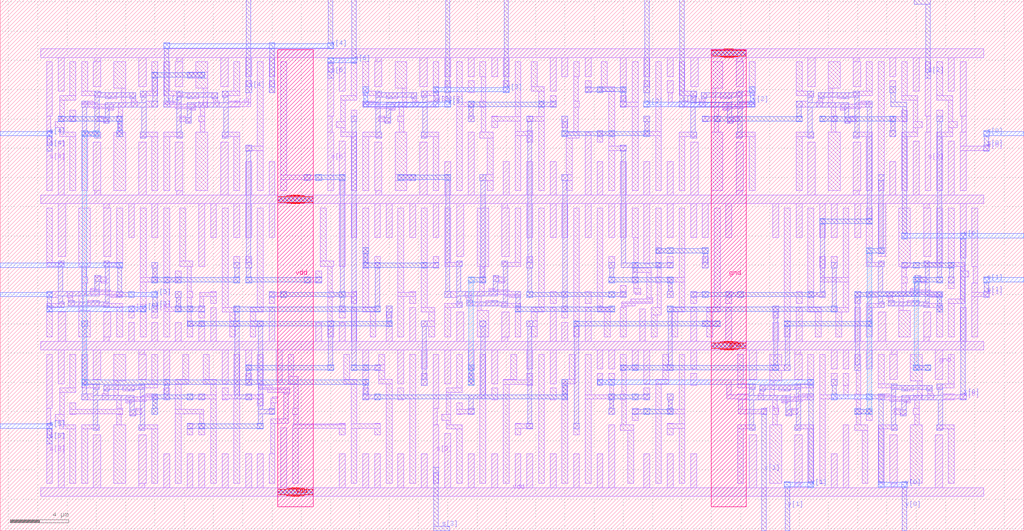
<source format=lef>
VERSION 5.3 ;
   NAMESCASESENSITIVE ON ;
   NOWIREEXTENSIONATPIN ON ;
   DIVIDERCHAR "/" ;
   BUSBITCHARS "[]" ;
UNITS
   DATABASE MICRONS 1000 ;
END UNITS

MACRO adder
   CLASS BLOCK ;
   FOREIGN adder ;
   ORIGIN 2.5500 2.1500 ;
   SIZE 69.9000 BY 36.3000 ;
   PIN gnd
      PORT
         LAYER metal1 ;
	    RECT 0.2000 30.2000 64.6000 30.8000 ;
	    RECT 1.4000 27.9000 1.8000 30.2000 ;
	    RECT 3.9000 29.9000 4.3000 30.2000 ;
	    RECT 3.8000 28.2000 4.3000 29.9000 ;
	    RECT 6.9000 28.2000 7.4000 30.2000 ;
	    RECT 9.5000 29.9000 9.9000 30.2000 ;
	    RECT 9.4000 28.2000 9.9000 29.9000 ;
	    RECT 12.5000 28.2000 13.0000 30.2000 ;
	    RECT 14.2000 28.9000 14.6000 30.2000 ;
	    RECT 15.8000 28.9000 16.2000 30.2000 ;
	    RECT 20.6000 27.9000 21.0000 30.2000 ;
	    RECT 23.1000 29.9000 23.5000 30.2000 ;
	    RECT 23.0000 28.2000 23.5000 29.9000 ;
	    RECT 26.1000 28.2000 26.6000 30.2000 ;
	    RECT 27.8000 28.9000 28.2000 30.2000 ;
	    RECT 29.4000 28.9000 29.8000 30.2000 ;
	    RECT 31.0000 28.9000 31.4000 30.2000 ;
	    RECT 31.8000 28.9000 32.2000 30.2000 ;
	    RECT 35.0000 27.9000 35.4000 30.2000 ;
	    RECT 35.8000 28.9000 36.2000 30.2000 ;
	    RECT 37.4000 28.9000 37.8000 30.2000 ;
	    RECT 39.8000 27.9000 40.2000 30.2000 ;
	    RECT 41.4000 28.9000 41.8000 30.2000 ;
	    RECT 43.0000 28.9000 43.4000 30.2000 ;
	    RECT 44.6000 28.2000 45.1000 30.2000 ;
	    RECT 47.7000 29.9000 48.1000 30.2000 ;
	    RECT 47.7000 28.2000 48.2000 29.9000 ;
	    RECT 52.6000 28.2000 53.1000 30.2000 ;
	    RECT 55.7000 29.9000 56.1000 30.2000 ;
	    RECT 55.7000 28.2000 56.2000 29.9000 ;
	    RECT 58.2000 28.9000 58.6000 30.2000 ;
	    RECT 59.8000 27.9000 60.2000 30.2000 ;
	    RECT 62.2000 27.9000 62.6000 30.2000 ;
	    RECT 1.4000 10.8000 1.9000 12.8000 ;
	    RECT 4.5000 11.1000 5.0000 12.8000 ;
	    RECT 4.5000 10.8000 4.9000 11.1000 ;
	    RECT 6.2000 10.8000 6.6000 12.1000 ;
	    RECT 7.8000 10.8000 8.2000 12.1000 ;
	    RECT 9.4000 10.8000 9.8000 12.1000 ;
	    RECT 11.0000 10.8000 11.4000 12.1000 ;
	    RECT 11.8000 10.8000 12.2000 13.1000 ;
	    RECT 15.8000 10.8000 16.2000 13.1000 ;
	    RECT 19.0000 10.8000 19.4000 12.1000 ;
	    RECT 20.6000 10.8000 21.0000 12.1000 ;
	    RECT 21.4000 10.8000 21.8000 13.1000 ;
	    RECT 23.8000 10.8000 24.2000 12.1000 ;
	    RECT 25.4000 10.8000 25.8000 13.1000 ;
	    RECT 28.6000 10.8000 29.1000 12.8000 ;
	    RECT 31.7000 11.1000 32.2000 12.8000 ;
	    RECT 31.7000 10.8000 32.1000 11.1000 ;
	    RECT 35.0000 10.8000 35.4000 13.1000 ;
	    RECT 35.8000 10.8000 36.2000 12.1000 ;
	    RECT 37.4000 10.8000 37.8000 13.1000 ;
	    RECT 41.1000 10.8000 41.5000 13.0000 ;
	    RECT 44.6000 10.8000 45.0000 13.1000 ;
	    RECT 47.0000 10.8000 47.4000 13.1000 ;
	    RECT 50.2000 10.8000 50.6000 12.1000 ;
	    RECT 51.8000 10.8000 52.2000 13.1000 ;
	    RECT 55.8000 10.8000 56.2000 13.1000 ;
	    RECT 57.4000 10.8000 57.9000 12.8000 ;
	    RECT 60.5000 11.1000 61.0000 12.8000 ;
	    RECT 60.5000 10.8000 60.9000 11.1000 ;
	    RECT 63.0000 10.8000 63.4000 13.1000 ;
	    RECT 0.2000 10.2000 64.6000 10.8000 ;
	    RECT 1.4000 7.9000 1.8000 10.2000 ;
	    RECT 3.8000 8.2000 4.3000 10.2000 ;
	    RECT 6.9000 9.9000 7.3000 10.2000 ;
	    RECT 6.9000 8.2000 7.4000 9.9000 ;
	    RECT 8.6000 7.9000 9.0000 10.2000 ;
	    RECT 12.6000 7.9000 13.0000 10.2000 ;
	    RECT 14.2000 8.9000 14.6000 10.2000 ;
	    RECT 16.3000 8.0000 16.7000 10.2000 ;
	    RECT 22.2000 7.9000 22.6000 10.2000 ;
	    RECT 24.6000 7.9000 25.0000 10.2000 ;
	    RECT 26.2000 8.9000 26.6000 10.2000 ;
	    RECT 27.8000 7.9000 28.2000 10.2000 ;
	    RECT 29.4000 8.9000 29.8000 10.2000 ;
	    RECT 31.0000 7.9000 31.4000 10.2000 ;
	    RECT 33.4000 8.9000 33.8000 10.2000 ;
	    RECT 35.0000 7.9000 35.4000 10.2000 ;
	    RECT 38.2000 8.9000 38.6000 10.2000 ;
	    RECT 39.0000 8.9000 39.4000 10.2000 ;
	    RECT 40.6000 8.9000 41.0000 10.2000 ;
	    RECT 41.4000 7.9000 41.8000 10.2000 ;
	    RECT 44.6000 8.9000 45.0000 10.2000 ;
	    RECT 48.6000 8.2000 49.1000 10.2000 ;
	    RECT 51.7000 9.9000 52.1000 10.2000 ;
	    RECT 51.7000 8.2000 52.2000 9.9000 ;
	    RECT 54.2000 8.9000 54.6000 10.2000 ;
	    RECT 55.0000 8.9000 55.4000 10.2000 ;
	    RECT 56.6000 8.9000 57.0000 10.2000 ;
	    RECT 58.3000 9.9000 58.7000 10.2000 ;
	    RECT 58.2000 8.2000 58.7000 9.9000 ;
	    RECT 61.3000 8.2000 61.8000 10.2000 ;
         LAYER metal2 ;
	    RECT 46.9000 30.7000 47.5000 30.8000 ;
	    RECT 46.0000 30.3000 48.4000 30.7000 ;
	    RECT 46.9000 30.2000 47.5000 30.3000 ;
	    RECT 46.9000 10.7000 47.5000 10.8000 ;
	    RECT 46.0000 10.3000 48.4000 10.7000 ;
	    RECT 46.9000 10.2000 47.5000 10.3000 ;
         LAYER metal3 ;
	    RECT 46.9000 30.7000 47.5000 30.8000 ;
	    RECT 46.0000 30.3000 48.4000 30.7000 ;
	    RECT 46.9000 30.2000 47.5000 30.3000 ;
	    RECT 46.9000 10.7000 47.5000 10.8000 ;
	    RECT 46.0000 10.3000 48.4000 10.7000 ;
	    RECT 46.9000 10.2000 47.5000 10.3000 ;
         LAYER metal4 ;
	    RECT 46.9000 30.7000 47.5000 30.8000 ;
	    RECT 46.0000 30.3000 48.4000 30.7000 ;
	    RECT 46.9000 30.2000 47.5000 30.3000 ;
	    RECT 46.9000 10.7000 47.5000 10.8000 ;
	    RECT 46.0000 10.3000 48.4000 10.7000 ;
	    RECT 46.9000 10.2000 47.5000 10.3000 ;
         LAYER metal5 ;
	    RECT 46.9000 30.7500 47.5000 30.8000 ;
	    RECT 46.6000 30.7000 47.8000 30.7500 ;
	    RECT 46.0000 30.3000 48.4000 30.7000 ;
	    RECT 46.6000 30.2500 47.8000 30.3000 ;
	    RECT 46.9000 30.2000 47.5000 30.2500 ;
	    RECT 46.9000 10.7500 47.5000 10.8000 ;
	    RECT 46.6000 10.7000 47.8000 10.7500 ;
	    RECT 46.0000 10.3000 48.4000 10.7000 ;
	    RECT 46.6000 10.2500 47.8000 10.3000 ;
	    RECT 46.9000 10.2000 47.5000 10.2500 ;
         LAYER metal6 ;
	    RECT 46.0000 -0.5000 48.4000 30.7500 ;
      END
   END gnd
   PIN vdd
      PORT
         LAYER metal1 ;
	    RECT 1.4000 20.8000 1.8000 24.5000 ;
	    RECT 3.8000 21.1000 4.3000 24.4000 ;
	    RECT 3.9000 20.8000 4.3000 21.1000 ;
	    RECT 6.9000 20.8000 7.4000 24.4000 ;
	    RECT 9.4000 21.1000 9.9000 24.4000 ;
	    RECT 9.5000 20.8000 9.9000 21.1000 ;
	    RECT 12.5000 20.8000 13.0000 24.4000 ;
	    RECT 14.2000 20.8000 14.6000 23.1000 ;
	    RECT 15.8000 20.8000 16.2000 23.1000 ;
	    RECT 20.6000 20.8000 21.0000 24.5000 ;
	    RECT 23.0000 21.1000 23.5000 24.4000 ;
	    RECT 23.1000 20.8000 23.5000 21.1000 ;
	    RECT 26.1000 20.8000 26.6000 24.4000 ;
	    RECT 27.8000 20.8000 28.2000 23.1000 ;
	    RECT 29.4000 20.8000 29.8000 25.1000 ;
	    RECT 31.8000 20.8000 32.2000 23.1000 ;
	    RECT 33.4000 20.8000 33.8000 23.1000 ;
	    RECT 35.0000 20.8000 35.4000 23.1000 ;
	    RECT 37.4000 20.8000 37.8000 25.1000 ;
	    RECT 38.2000 20.8000 38.6000 23.1000 ;
	    RECT 39.8000 20.8000 40.2000 23.1000 ;
	    RECT 41.4000 20.8000 41.8000 23.1000 ;
	    RECT 43.0000 20.8000 43.4000 23.1000 ;
	    RECT 44.6000 20.8000 45.1000 24.4000 ;
	    RECT 47.7000 21.1000 48.2000 24.4000 ;
	    RECT 47.7000 20.8000 48.1000 21.1000 ;
	    RECT 52.6000 20.8000 53.1000 24.4000 ;
	    RECT 55.7000 21.1000 56.2000 24.4000 ;
	    RECT 55.7000 20.8000 56.1000 21.1000 ;
	    RECT 58.2000 20.8000 58.6000 23.1000 ;
	    RECT 59.8000 20.8000 60.2000 24.5000 ;
	    RECT 62.2000 20.8000 62.6000 24.5000 ;
	    RECT 0.2000 20.2000 64.6000 20.8000 ;
	    RECT 1.4000 16.6000 1.9000 20.2000 ;
	    RECT 4.5000 19.9000 4.9000 20.2000 ;
	    RECT 4.5000 16.6000 5.0000 19.9000 ;
	    RECT 6.2000 17.9000 6.6000 20.2000 ;
	    RECT 7.8000 17.9000 8.2000 20.2000 ;
	    RECT 11.0000 15.9000 11.4000 20.2000 ;
	    RECT 11.8000 17.9000 12.2000 20.2000 ;
	    RECT 13.4000 17.9000 13.8000 20.2000 ;
	    RECT 14.2000 17.9000 14.6000 20.2000 ;
	    RECT 15.8000 17.9000 16.2000 20.2000 ;
	    RECT 20.6000 15.9000 21.0000 20.2000 ;
	    RECT 21.4000 17.9000 21.8000 20.2000 ;
	    RECT 23.0000 17.9000 23.4000 20.2000 ;
	    RECT 23.8000 17.9000 24.2000 20.2000 ;
	    RECT 25.4000 17.9000 25.8000 20.2000 ;
	    RECT 27.0000 17.9000 27.4000 20.2000 ;
	    RECT 28.6000 16.6000 29.1000 20.2000 ;
	    RECT 31.7000 19.9000 32.1000 20.2000 ;
	    RECT 31.7000 16.6000 32.2000 19.9000 ;
	    RECT 33.4000 17.9000 33.8000 20.2000 ;
	    RECT 35.0000 17.9000 35.4000 20.2000 ;
	    RECT 35.8000 17.9000 36.2000 20.2000 ;
	    RECT 37.4000 17.9000 37.8000 20.2000 ;
	    RECT 39.0000 17.9000 39.4000 20.2000 ;
	    RECT 39.8000 17.9000 40.2000 20.2000 ;
	    RECT 41.4000 16.1000 41.8000 20.2000 ;
	    RECT 43.0000 17.9000 43.4000 20.2000 ;
	    RECT 44.6000 17.9000 45.0000 20.2000 ;
	    RECT 45.4000 17.9000 45.8000 20.2000 ;
	    RECT 47.0000 17.9000 47.4000 20.2000 ;
	    RECT 50.2000 17.9000 50.6000 20.2000 ;
	    RECT 51.8000 17.9000 52.2000 20.2000 ;
	    RECT 53.4000 17.9000 53.8000 20.2000 ;
	    RECT 54.2000 17.9000 54.6000 20.2000 ;
	    RECT 55.8000 17.9000 56.2000 20.2000 ;
	    RECT 57.4000 16.6000 57.9000 20.2000 ;
	    RECT 60.5000 19.9000 60.9000 20.2000 ;
	    RECT 60.5000 16.6000 61.0000 19.9000 ;
	    RECT 63.0000 16.5000 63.4000 20.2000 ;
	    RECT 1.4000 0.8000 1.8000 4.5000 ;
	    RECT 3.8000 0.8000 4.3000 4.4000 ;
	    RECT 6.9000 1.1000 7.4000 4.4000 ;
	    RECT 6.9000 0.8000 7.3000 1.1000 ;
	    RECT 8.6000 0.8000 9.0000 3.1000 ;
	    RECT 10.2000 0.8000 10.6000 3.1000 ;
	    RECT 11.0000 0.8000 11.4000 3.1000 ;
	    RECT 12.6000 0.8000 13.0000 3.1000 ;
	    RECT 14.2000 0.8000 14.6000 3.1000 ;
	    RECT 15.0000 0.8000 15.4000 3.1000 ;
	    RECT 16.6000 0.8000 17.0000 4.9000 ;
	    RECT 20.6000 0.8000 21.0000 3.1000 ;
	    RECT 22.2000 0.8000 22.6000 3.1000 ;
	    RECT 23.0000 0.8000 23.4000 3.1000 ;
	    RECT 24.6000 0.8000 25.0000 3.1000 ;
	    RECT 26.2000 0.8000 26.6000 3.1000 ;
	    RECT 27.8000 0.8000 28.2000 4.5000 ;
	    RECT 29.4000 0.8000 29.8000 3.1000 ;
	    RECT 31.0000 0.8000 31.4000 3.1000 ;
	    RECT 32.6000 0.8000 33.0000 3.1000 ;
	    RECT 33.4000 0.8000 33.8000 3.1000 ;
	    RECT 35.0000 0.8000 35.4000 3.1000 ;
	    RECT 36.6000 0.8000 37.0000 3.1000 ;
	    RECT 38.2000 0.8000 38.6000 3.1000 ;
	    RECT 39.0000 0.8000 39.4000 5.1000 ;
	    RECT 41.4000 0.8000 41.8000 3.1000 ;
	    RECT 43.0000 0.8000 43.4000 3.1000 ;
	    RECT 44.6000 0.8000 45.0000 3.1000 ;
	    RECT 48.6000 0.8000 49.1000 4.4000 ;
	    RECT 51.7000 1.1000 52.2000 4.4000 ;
	    RECT 51.7000 0.8000 52.1000 1.1000 ;
	    RECT 54.2000 0.8000 54.6000 3.1000 ;
	    RECT 55.0000 0.8000 55.4000 5.1000 ;
	    RECT 58.2000 1.1000 58.7000 4.4000 ;
	    RECT 58.3000 0.8000 58.7000 1.1000 ;
	    RECT 61.3000 0.8000 61.8000 4.4000 ;
	    RECT 0.2000 0.2000 64.6000 0.8000 ;
         LAYER metal2 ;
	    RECT 17.3000 20.7000 17.9000 20.8000 ;
	    RECT 16.4000 20.3000 18.8000 20.7000 ;
	    RECT 17.3000 20.2000 17.9000 20.3000 ;
	    RECT 17.3000 0.7000 17.9000 0.8000 ;
	    RECT 16.4000 0.3000 18.8000 0.7000 ;
	    RECT 17.3000 0.2000 17.9000 0.3000 ;
         LAYER metal3 ;
	    RECT 17.3000 20.7000 17.9000 20.8000 ;
	    RECT 16.4000 20.3000 18.8000 20.7000 ;
	    RECT 17.3000 20.2000 17.9000 20.3000 ;
	    RECT 17.3000 0.7000 17.9000 0.8000 ;
	    RECT 16.4000 0.3000 18.8000 0.7000 ;
	    RECT 17.3000 0.2000 17.9000 0.3000 ;
         LAYER metal4 ;
	    RECT 17.3000 20.7000 17.9000 20.8000 ;
	    RECT 16.4000 20.3000 18.8000 20.7000 ;
	    RECT 17.3000 20.2000 17.9000 20.3000 ;
	    RECT 17.3000 0.7000 17.9000 0.8000 ;
	    RECT 16.4000 0.3000 18.8000 0.7000 ;
	    RECT 17.3000 0.2000 17.9000 0.3000 ;
         LAYER metal5 ;
	    RECT 17.3000 20.7500 17.9000 20.8000 ;
	    RECT 17.0000 20.7000 18.2000 20.7500 ;
	    RECT 16.4000 20.3000 18.8000 20.7000 ;
	    RECT 17.0000 20.2500 18.2000 20.3000 ;
	    RECT 17.3000 20.2000 17.9000 20.2500 ;
	    RECT 17.3000 0.7500 17.9000 0.8000 ;
	    RECT 17.0000 0.7000 18.2000 0.7500 ;
	    RECT 16.4000 0.3000 18.8000 0.7000 ;
	    RECT 17.0000 0.2500 18.2000 0.3000 ;
	    RECT 17.3000 0.2000 17.9000 0.2500 ;
         LAYER metal6 ;
	    RECT 16.4000 -0.5000 18.8000 30.7500 ;
      END
   END vdd
   PIN s[6]
      PORT
         LAYER metal1 ;
	    RECT 19.8000 26.2000 20.2000 29.9000 ;
	    RECT 19.8000 25.1000 20.1000 26.2000 ;
	    RECT 19.8000 21.1000 20.2000 25.1000 ;
         LAYER metal2 ;
	    RECT 21.4500 30.2000 21.7500 34.1500 ;
	    RECT 19.8000 29.8000 20.2000 30.2000 ;
	    RECT 21.4000 29.8000 21.8000 30.2000 ;
	    RECT 19.8500 29.2000 20.1500 29.8000 ;
	    RECT 19.8000 28.8000 20.2000 29.2000 ;
         LAYER metal3 ;
	    RECT 19.8000 30.1500 20.2000 30.2000 ;
	    RECT 21.4000 30.1500 21.8000 30.2000 ;
	    RECT 19.8000 29.8500 21.8000 30.1500 ;
	    RECT 19.8000 29.8000 20.2000 29.8500 ;
	    RECT 21.4000 29.8000 21.8000 29.8500 ;
      END
   END s[6]
   PIN s[5]
      PORT
         LAYER metal1 ;
	    RECT 0.6000 6.2000 1.0000 9.9000 ;
	    RECT 0.6000 5.1000 0.9000 6.2000 ;
	    RECT 0.6000 1.1000 1.0000 5.1000 ;
         LAYER metal2 ;
	    RECT 0.6000 4.8000 1.0000 5.2000 ;
	    RECT 0.6500 4.2000 0.9500 4.8000 ;
	    RECT 0.6000 3.8000 1.0000 4.2000 ;
         LAYER metal3 ;
	    RECT 0.6000 5.1500 1.0000 5.2000 ;
	    RECT -2.5500 4.8500 1.0000 5.1500 ;
	    RECT 0.6000 4.8000 1.0000 4.8500 ;
      END
   END s[5]
   PIN s[4]
      PORT
         LAYER metal1 ;
	    RECT 0.6000 26.2000 1.0000 29.9000 ;
	    RECT 0.6000 25.1000 0.9000 26.2000 ;
	    RECT 0.6000 21.1000 1.0000 25.1000 ;
         LAYER metal2 ;
	    RECT 0.6000 24.8000 1.0000 25.2000 ;
	    RECT 0.6500 24.2000 0.9500 24.8000 ;
	    RECT 0.6000 23.8000 1.0000 24.2000 ;
         LAYER metal3 ;
	    RECT 0.6000 25.1500 1.0000 25.2000 ;
	    RECT -2.5500 24.8500 1.0000 25.1500 ;
	    RECT 0.6000 24.8000 1.0000 24.8500 ;
      END
   END s[4]
   PIN s[3]
      PORT
         LAYER metal1 ;
	    RECT 27.0000 6.2000 27.4000 9.9000 ;
	    RECT 27.0000 5.1000 27.3000 6.2000 ;
	    RECT 27.0000 1.1000 27.4000 5.1000 ;
         LAYER metal2 ;
	    RECT 27.0000 1.8000 27.4000 2.2000 ;
	    RECT 27.0500 -1.8500 27.3500 1.8000 ;
	    RECT 27.0500 -2.1500 28.1500 -1.8500 ;
      END
   END s[3]
   PIN s[2]
      PORT
         LAYER metal1 ;
	    RECT 60.6000 26.2000 61.0000 29.9000 ;
	    RECT 60.7000 25.1000 61.0000 26.2000 ;
	    RECT 60.6000 21.1000 61.0000 25.1000 ;
         LAYER metal2 ;
	    RECT 59.8500 33.8500 60.9500 34.1500 ;
	    RECT 60.6500 29.2000 60.9500 33.8500 ;
	    RECT 60.6000 28.8000 61.0000 29.2000 ;
      END
   END s[2]
   PIN s[1]
      PORT
         LAYER metal1 ;
	    RECT 63.8000 15.9000 64.2000 19.9000 ;
	    RECT 63.9000 14.8000 64.2000 15.9000 ;
	    RECT 63.8000 14.1500 64.2000 14.8000 ;
	    RECT 64.6000 14.1500 65.0000 14.2000 ;
	    RECT 63.8000 13.8500 65.0000 14.1500 ;
	    RECT 63.8000 11.1000 64.2000 13.8500 ;
	    RECT 64.6000 13.8000 65.0000 13.8500 ;
         LAYER metal2 ;
	    RECT 64.6000 14.8000 65.0000 15.2000 ;
	    RECT 64.6500 14.2000 64.9500 14.8000 ;
	    RECT 64.6000 13.8000 65.0000 14.2000 ;
         LAYER metal3 ;
	    RECT 64.6000 15.1500 65.0000 15.2000 ;
	    RECT 64.6000 14.8500 67.3500 15.1500 ;
	    RECT 64.6000 14.8000 65.0000 14.8500 ;
      END
   END s[1]
   PIN s[0]
      PORT
         LAYER metal1 ;
	    RECT 63.0000 26.2000 63.4000 29.9000 ;
	    RECT 63.1000 25.1000 63.4000 26.2000 ;
	    RECT 63.0000 24.1500 63.4000 25.1000 ;
	    RECT 64.6000 24.1500 65.0000 24.2000 ;
	    RECT 63.0000 23.8500 65.0000 24.1500 ;
	    RECT 63.0000 21.1000 63.4000 23.8500 ;
	    RECT 64.6000 23.8000 65.0000 23.8500 ;
         LAYER metal2 ;
	    RECT 64.6000 24.8000 65.0000 25.2000 ;
	    RECT 64.6500 24.2000 64.9500 24.8000 ;
	    RECT 64.6000 23.8000 65.0000 24.2000 ;
         LAYER metal3 ;
	    RECT 64.6000 25.1500 65.0000 25.2000 ;
	    RECT 64.6000 24.8500 67.3500 25.1500 ;
	    RECT 64.6000 24.8000 65.0000 24.8500 ;
      END
   END s[0]
   PIN x[5]
      PORT
         LAYER metal1 ;
	    RECT 0.6000 13.8000 1.4000 14.2000 ;
	    RECT 6.2000 12.4000 6.6000 13.2000 ;
         LAYER metal2 ;
	    RECT 0.6000 13.8000 1.0000 14.2000 ;
	    RECT 0.6500 13.2000 0.9500 13.8000 ;
	    RECT 0.6000 12.8000 1.0000 13.2000 ;
	    RECT 6.2000 13.1500 6.6000 13.2000 ;
	    RECT 7.0000 13.1500 7.4000 13.2000 ;
	    RECT 6.2000 12.8500 7.4000 13.1500 ;
	    RECT 6.2000 12.8000 6.6000 12.8500 ;
	    RECT 7.0000 12.8000 7.4000 12.8500 ;
         LAYER metal3 ;
	    RECT 0.6000 14.1500 1.0000 14.2000 ;
	    RECT -2.5500 13.8500 1.0000 14.1500 ;
	    RECT 0.6000 13.8000 1.0000 13.8500 ;
	    RECT 0.6000 13.1500 1.0000 13.2000 ;
	    RECT 7.0000 13.1500 7.4000 13.2000 ;
	    RECT 0.6000 12.8500 7.4000 13.1500 ;
	    RECT 0.6000 12.8000 1.0000 12.8500 ;
	    RECT 7.0000 12.8000 7.4000 12.8500 ;
      END
   END x[5]
   PIN x[4]
      PORT
         LAYER metal1 ;
	    RECT 14.2000 27.8000 14.6000 28.6000 ;
	    RECT 13.0000 27.1500 13.8000 27.2000 ;
	    RECT 14.2500 27.1500 14.5500 27.8000 ;
	    RECT 13.0000 26.8500 14.5500 27.1500 ;
	    RECT 13.0000 26.8000 13.8000 26.8500 ;
         LAYER metal2 ;
	    RECT 14.2500 28.2000 14.5500 34.1500 ;
	    RECT 14.2000 27.8000 14.6000 28.2000 ;
      END
   END x[4]
   PIN x[3]
      PORT
         LAYER metal1 ;
	    RECT 31.8000 27.8000 32.2000 28.6000 ;
	    RECT 26.6000 26.8000 27.4000 27.2000 ;
         LAYER metal2 ;
	    RECT 31.8500 28.2000 32.1500 34.1500 ;
	    RECT 27.0000 27.8000 27.4000 28.2000 ;
	    RECT 31.8000 27.8000 32.2000 28.2000 ;
	    RECT 27.0500 27.2000 27.3500 27.8000 ;
	    RECT 27.0000 26.8000 27.4000 27.2000 ;
         LAYER metal3 ;
	    RECT 27.0000 28.1500 27.4000 28.2000 ;
	    RECT 31.8000 28.1500 32.2000 28.2000 ;
	    RECT 27.0000 27.8500 32.2000 28.1500 ;
	    RECT 27.0000 27.8000 27.4000 27.8500 ;
	    RECT 31.8000 27.8000 32.2000 27.8500 ;
      END
   END x[3]
   PIN x[2]
      PORT
         LAYER metal1 ;
	    RECT 43.0000 27.8000 43.4000 28.6000 ;
	    RECT 43.0500 27.1500 43.3500 27.8000 ;
	    RECT 43.8000 27.1500 44.6000 27.2000 ;
	    RECT 43.0500 26.8500 44.6000 27.1500 ;
	    RECT 43.8000 26.8000 44.6000 26.8500 ;
         LAYER metal2 ;
	    RECT 43.8500 27.2000 44.1500 34.1500 ;
	    RECT 43.8000 26.8000 44.2000 27.2000 ;
      END
   END x[2]
   PIN x[1]
      PORT
         LAYER metal1 ;
	    RECT 44.6000 8.1500 45.0000 8.6000 ;
	    RECT 44.6000 7.8500 47.3500 8.1500 ;
	    RECT 44.6000 7.8000 45.0000 7.8500 ;
	    RECT 47.0500 7.1500 47.3500 7.8500 ;
	    RECT 47.8000 7.1500 48.6000 7.2000 ;
	    RECT 47.0500 6.8500 48.6000 7.1500 ;
	    RECT 47.8000 6.8000 48.6000 6.8500 ;
	    RECT 47.8500 6.1500 48.1500 6.8000 ;
	    RECT 49.4000 6.1500 49.8000 6.2000 ;
	    RECT 47.8500 5.8500 49.8000 6.1500 ;
	    RECT 49.4000 5.8000 49.8000 5.8500 ;
         LAYER metal2 ;
	    RECT 49.4000 5.8000 49.8000 6.2000 ;
	    RECT 49.4500 -2.1500 49.7500 5.8000 ;
      END
   END x[1]
   PIN x[0]
      PORT
         LAYER metal1 ;
	    RECT 58.2000 27.8000 58.6000 28.6000 ;
	    RECT 61.8000 7.1500 62.6000 7.2000 ;
	    RECT 63.0000 7.1500 63.4000 7.2000 ;
	    RECT 61.8000 6.8500 63.4000 7.1500 ;
	    RECT 61.8000 6.8000 62.6000 6.8500 ;
	    RECT 63.0000 6.8000 63.4000 6.8500 ;
         LAYER metal2 ;
	    RECT 58.2000 27.8000 58.6000 28.2000 ;
	    RECT 58.2500 27.1500 58.5500 27.8000 ;
	    RECT 58.2500 26.8500 59.3500 27.1500 ;
	    RECT 59.0500 18.2000 59.3500 26.8500 ;
	    RECT 59.0000 17.8000 59.4000 18.2000 ;
	    RECT 63.0000 17.8000 63.4000 18.2000 ;
	    RECT 63.0500 7.2000 63.3500 17.8000 ;
	    RECT 63.0000 6.8000 63.4000 7.2000 ;
         LAYER metal3 ;
	    RECT 59.0000 18.1500 59.4000 18.2000 ;
	    RECT 63.0000 18.1500 63.4000 18.2000 ;
	    RECT 59.0000 17.8500 67.3500 18.1500 ;
	    RECT 59.0000 17.8000 59.4000 17.8500 ;
	    RECT 63.0000 17.8000 63.4000 17.8500 ;
      END
   END x[0]
   PIN y[5]
      PORT
         LAYER metal1 ;
	    RECT 3.6000 14.3000 4.0000 14.4000 ;
	    RECT 3.6000 14.2000 5.0000 14.3000 ;
	    RECT 3.6000 14.0000 5.8000 14.2000 ;
	    RECT 4.7000 13.9000 5.8000 14.0000 ;
	    RECT 5.0000 13.8000 5.8000 13.9000 ;
	    RECT 7.8000 12.4000 8.2000 13.2000 ;
         LAYER metal2 ;
	    RECT 5.4000 15.8000 5.8000 16.2000 ;
	    RECT 5.4500 14.2000 5.7500 15.8000 ;
	    RECT 5.4000 14.1500 5.8000 14.2000 ;
	    RECT 6.2000 14.1500 6.6000 14.2000 ;
	    RECT 5.4000 13.8500 6.6000 14.1500 ;
	    RECT 5.4000 13.8000 5.8000 13.8500 ;
	    RECT 6.2000 13.8000 6.6000 13.8500 ;
	    RECT 7.8000 13.8000 8.2000 14.2000 ;
	    RECT 7.8500 13.2000 8.1500 13.8000 ;
	    RECT 7.8000 12.8000 8.2000 13.2000 ;
         LAYER metal3 ;
	    RECT 5.4000 16.1500 5.8000 16.2000 ;
	    RECT -2.5500 15.8500 5.8000 16.1500 ;
	    RECT 5.4000 15.8000 5.8000 15.8500 ;
	    RECT 6.2000 14.1500 6.6000 14.2000 ;
	    RECT 7.8000 14.1500 8.2000 14.2000 ;
	    RECT 6.2000 13.8500 8.2000 14.1500 ;
	    RECT 6.2000 13.8000 6.6000 13.8500 ;
	    RECT 7.8000 13.8000 8.2000 13.8500 ;
      END
   END y[5]
   PIN y[4]
      PORT
         LAYER metal1 ;
	    RECT 15.8000 27.8000 16.2000 28.6000 ;
	    RECT 8.6000 27.1000 9.4000 27.2000 ;
	    RECT 8.6000 27.0000 9.7000 27.1000 ;
	    RECT 8.6000 26.8000 10.8000 27.0000 ;
	    RECT 9.4000 26.7000 10.8000 26.8000 ;
	    RECT 10.4000 26.6000 10.8000 26.7000 ;
         LAYER metal2 ;
	    RECT 19.8500 31.2000 20.1500 34.1500 ;
	    RECT 8.6000 30.8000 9.0000 31.2000 ;
	    RECT 15.8000 30.8000 16.2000 31.2000 ;
	    RECT 19.8000 30.8000 20.2000 31.2000 ;
	    RECT 8.6500 27.2000 8.9500 30.8000 ;
	    RECT 15.8500 28.2000 16.1500 30.8000 ;
	    RECT 15.8000 27.8000 16.2000 28.2000 ;
	    RECT 8.6000 26.8000 9.0000 27.2000 ;
         LAYER metal3 ;
	    RECT 8.6000 31.1500 9.0000 31.2000 ;
	    RECT 15.8000 31.1500 16.2000 31.2000 ;
	    RECT 19.8000 31.1500 20.2000 31.2000 ;
	    RECT 8.6000 30.8500 20.2000 31.1500 ;
	    RECT 8.6000 30.8000 9.0000 30.8500 ;
	    RECT 15.8000 30.8000 16.2000 30.8500 ;
	    RECT 19.8000 30.8000 20.2000 30.8500 ;
      END
   END y[4]
   PIN y[3]
      PORT
         LAYER metal1 ;
	    RECT 27.8000 27.8000 28.2000 28.6000 ;
	    RECT 22.2000 27.1000 23.0000 27.2000 ;
	    RECT 22.2000 27.0000 23.3000 27.1000 ;
	    RECT 22.2000 26.8000 24.4000 27.0000 ;
	    RECT 23.0000 26.7000 24.4000 26.8000 ;
	    RECT 24.0000 26.6000 24.4000 26.7000 ;
         LAYER metal2 ;
	    RECT 27.8500 28.2000 28.1500 34.1500 ;
	    RECT 22.2000 27.8000 22.6000 28.2000 ;
	    RECT 27.8000 27.8000 28.2000 28.2000 ;
	    RECT 22.2500 27.2000 22.5500 27.8000 ;
	    RECT 27.8500 27.2000 28.1500 27.8000 ;
	    RECT 22.2000 26.8000 22.6000 27.2000 ;
	    RECT 27.8000 26.8000 28.2000 27.2000 ;
         LAYER metal3 ;
	    RECT 22.2000 27.8000 22.6000 28.2000 ;
	    RECT 22.2500 27.1500 22.5500 27.8000 ;
	    RECT 27.8000 27.1500 28.2000 27.2000 ;
	    RECT 22.2500 26.8500 28.2000 27.1500 ;
	    RECT 27.8000 26.8000 28.2000 26.8500 ;
      END
   END y[3]
   PIN y[2]
      PORT
         LAYER metal1 ;
	    RECT 41.4000 27.8000 41.8000 28.6000 ;
	    RECT 48.2000 27.1000 49.0000 27.2000 ;
	    RECT 47.9000 27.0000 49.0000 27.1000 ;
	    RECT 46.8000 26.8000 49.0000 27.0000 ;
	    RECT 46.8000 26.7000 48.2000 26.8000 ;
	    RECT 46.8000 26.6000 47.2000 26.7000 ;
         LAYER metal2 ;
	    RECT 41.4500 28.2000 41.7500 34.1500 ;
	    RECT 41.4000 27.8000 41.8000 28.2000 ;
	    RECT 48.6000 27.8000 49.0000 28.2000 ;
	    RECT 41.4500 27.2000 41.7500 27.8000 ;
	    RECT 48.6500 27.2000 48.9500 27.8000 ;
	    RECT 41.4000 26.8000 41.8000 27.2000 ;
	    RECT 48.6000 26.8000 49.0000 27.2000 ;
         LAYER metal3 ;
	    RECT 48.6000 27.8000 49.0000 28.2000 ;
	    RECT 41.4000 27.1500 41.8000 27.2000 ;
	    RECT 48.6500 27.1500 48.9500 27.8000 ;
	    RECT 41.4000 26.8500 48.9500 27.1500 ;
	    RECT 41.4000 26.8000 41.8000 26.8500 ;
      END
   END y[2]
   PIN y[1]
      PORT
         LAYER metal1 ;
	    RECT 38.2000 7.8000 38.6000 8.6000 ;
	    RECT 52.2000 7.1000 53.0000 7.2000 ;
	    RECT 51.9000 7.0000 53.0000 7.1000 ;
	    RECT 50.8000 6.8000 53.0000 7.0000 ;
	    RECT 50.8000 6.7000 52.2000 6.8000 ;
	    RECT 50.8000 6.6000 51.2000 6.7000 ;
         LAYER metal2 ;
	    RECT 38.2000 8.1500 38.6000 8.2000 ;
	    RECT 39.0000 8.1500 39.4000 8.2000 ;
	    RECT 38.2000 7.8500 39.4000 8.1500 ;
	    RECT 38.2000 7.8000 38.6000 7.8500 ;
	    RECT 39.0000 7.8000 39.4000 7.8500 ;
	    RECT 52.6000 7.8000 53.0000 8.2000 ;
	    RECT 52.6500 7.2000 52.9500 7.8000 ;
	    RECT 52.6000 6.8000 53.0000 7.2000 ;
	    RECT 52.6500 1.2000 52.9500 6.8000 ;
	    RECT 51.0000 0.8000 51.4000 1.2000 ;
	    RECT 52.6000 0.8000 53.0000 1.2000 ;
	    RECT 51.0500 -2.1500 51.3500 0.8000 ;
         LAYER metal3 ;
	    RECT 39.0000 8.1500 39.4000 8.2000 ;
	    RECT 52.6000 8.1500 53.0000 8.2000 ;
	    RECT 38.2500 7.8500 53.0000 8.1500 ;
	    RECT 39.0000 7.8000 39.4000 7.8500 ;
	    RECT 52.6000 7.8000 53.0000 7.8500 ;
	    RECT 51.0000 1.1500 51.4000 1.2000 ;
	    RECT 52.6000 1.1500 53.0000 1.2000 ;
	    RECT 51.0000 0.8500 53.0000 1.1500 ;
	    RECT 51.0000 0.8000 51.4000 0.8500 ;
	    RECT 52.6000 0.8000 53.0000 0.8500 ;
      END
   END y[1]
   PIN y[0]
      PORT
         LAYER metal1 ;
	    RECT 54.2000 7.8000 54.6000 8.6000 ;
	    RECT 57.4000 7.1000 58.2000 7.2000 ;
	    RECT 57.4000 7.0000 58.5000 7.1000 ;
	    RECT 57.4000 6.8000 59.6000 7.0000 ;
	    RECT 58.2000 6.7000 59.6000 6.8000 ;
	    RECT 59.2000 6.6000 59.6000 6.7000 ;
         LAYER metal2 ;
	    RECT 54.2000 7.8000 54.6000 8.2000 ;
	    RECT 54.2500 7.2000 54.5500 7.8000 ;
	    RECT 54.2000 6.8000 54.6000 7.2000 ;
	    RECT 56.6000 7.1500 57.0000 7.2000 ;
	    RECT 57.4000 7.1500 57.8000 7.2000 ;
	    RECT 56.6000 6.8500 57.8000 7.1500 ;
	    RECT 56.6000 6.8000 57.0000 6.8500 ;
	    RECT 57.4000 6.8000 57.8000 6.8500 ;
	    RECT 57.4500 1.2000 57.7500 6.8000 ;
	    RECT 57.4000 0.8000 57.8000 1.2000 ;
	    RECT 59.0000 0.8000 59.4000 1.2000 ;
	    RECT 59.0500 -2.1500 59.3500 0.8000 ;
         LAYER metal3 ;
	    RECT 54.2000 7.1500 54.6000 7.2000 ;
	    RECT 56.6000 7.1500 57.0000 7.2000 ;
	    RECT 54.2000 6.8500 57.0000 7.1500 ;
	    RECT 54.2000 6.8000 54.6000 6.8500 ;
	    RECT 56.6000 6.8000 57.0000 6.8500 ;
	    RECT 57.4000 1.1500 57.8000 1.2000 ;
	    RECT 59.0000 1.1500 59.4000 1.2000 ;
	    RECT 57.4000 0.8500 59.4000 1.1500 ;
	    RECT 57.4000 0.8000 57.8000 0.8500 ;
	    RECT 59.0000 0.8000 59.4000 0.8500 ;
      END
   END y[0]
   OBS
         LAYER metal1 ;
	    RECT 2.2000 27.6000 2.6000 29.9000 ;
	    RECT 3.0000 27.9000 3.4000 29.9000 ;
	    RECT 5.2000 28.1000 6.0000 29.9000 ;
	    RECT 3.0000 27.6000 4.3000 27.9000 ;
	    RECT 1.5000 27.3000 2.6000 27.6000 ;
	    RECT 3.9000 27.5000 4.3000 27.6000 ;
	    RECT 4.6000 27.4000 5.4000 27.8000 ;
	    RECT 1.5000 25.8000 1.8000 27.3000 ;
	    RECT 3.0000 27.1000 3.8000 27.2000 ;
	    RECT 5.7000 27.1000 6.0000 28.1000 ;
	    RECT 7.8000 27.9000 8.2000 29.9000 ;
	    RECT 6.3000 27.4000 6.7000 27.8000 ;
	    RECT 7.0000 27.6000 8.2000 27.9000 ;
	    RECT 8.6000 27.9000 9.0000 29.9000 ;
	    RECT 10.8000 29.2000 11.6000 29.9000 ;
	    RECT 10.2000 28.8000 11.6000 29.2000 ;
	    RECT 10.8000 28.1000 11.6000 28.8000 ;
	    RECT 8.6000 27.6000 9.9000 27.9000 ;
	    RECT 7.0000 27.5000 7.4000 27.6000 ;
	    RECT 9.5000 27.5000 9.9000 27.6000 ;
	    RECT 10.2000 27.4000 11.0000 27.8000 ;
	    RECT 3.0000 27.0000 4.1000 27.1000 ;
	    RECT 3.0000 26.8000 5.2000 27.0000 ;
	    RECT 3.8000 26.7000 5.2000 26.8000 ;
	    RECT 4.8000 26.6000 5.2000 26.7000 ;
	    RECT 5.5000 26.8000 6.0000 27.1000 ;
	    RECT 6.4000 27.2000 6.7000 27.4000 ;
	    RECT 6.4000 26.8000 6.8000 27.2000 ;
	    RECT 7.4000 26.8000 8.2000 27.2000 ;
	    RECT 11.3000 27.1000 11.6000 28.1000 ;
	    RECT 13.4000 27.9000 13.8000 29.9000 ;
	    RECT 11.9000 27.4000 12.3000 27.8000 ;
	    RECT 12.6000 27.6000 13.8000 27.9000 ;
	    RECT 12.6000 27.5000 13.0000 27.6000 ;
	    RECT 11.1000 26.8000 11.6000 27.1000 ;
	    RECT 12.0000 27.2000 12.3000 27.4000 ;
	    RECT 12.0000 26.8000 12.4000 27.2000 ;
	    RECT 2.2000 25.8000 2.6000 26.6000 ;
	    RECT 5.5000 26.2000 5.8000 26.8000 ;
	    RECT 11.1000 26.2000 11.4000 26.8000 ;
	    RECT 4.1000 26.1000 4.5000 26.2000 ;
	    RECT 4.1000 25.8000 4.9000 26.1000 ;
	    RECT 5.4000 25.8000 5.8000 26.2000 ;
	    RECT 9.7000 26.1000 10.1000 26.2000 ;
	    RECT 9.7000 25.8000 10.5000 26.1000 ;
	    RECT 11.0000 25.8000 11.4000 26.2000 ;
	    RECT 1.2000 25.4000 1.8000 25.8000 ;
	    RECT 4.5000 25.7000 4.9000 25.8000 ;
	    RECT 1.5000 25.1000 1.8000 25.4000 ;
	    RECT 5.5000 25.1000 5.8000 25.8000 ;
	    RECT 10.1000 25.7000 10.5000 25.8000 ;
	    RECT 11.1000 25.1000 11.4000 25.8000 ;
	    RECT 1.5000 24.8000 2.6000 25.1000 ;
	    RECT 2.2000 21.1000 2.6000 24.8000 ;
	    RECT 3.0000 24.8000 4.3000 25.1000 ;
	    RECT 3.0000 21.1000 3.4000 24.8000 ;
	    RECT 3.9000 24.7000 4.3000 24.8000 ;
	    RECT 5.2000 21.1000 6.0000 25.1000 ;
	    RECT 7.0000 24.8000 8.2000 25.1000 ;
	    RECT 7.0000 24.7000 7.4000 24.8000 ;
	    RECT 7.8000 21.1000 8.2000 24.8000 ;
	    RECT 8.6000 24.8000 9.9000 25.1000 ;
	    RECT 8.6000 21.1000 9.0000 24.8000 ;
	    RECT 9.5000 24.7000 9.9000 24.8000 ;
	    RECT 10.8000 21.1000 11.6000 25.1000 ;
	    RECT 12.6000 24.8000 13.8000 25.1000 ;
	    RECT 12.6000 24.7000 13.0000 24.8000 ;
	    RECT 13.4000 21.1000 13.8000 24.8000 ;
	    RECT 14.2000 24.1500 14.6000 24.2000 ;
	    RECT 15.0000 24.1500 15.4000 29.9000 ;
	    RECT 14.2000 23.8500 15.4000 24.1500 ;
	    RECT 14.2000 23.8000 14.6000 23.8500 ;
	    RECT 15.0000 21.1000 15.4000 23.8500 ;
	    RECT 16.6000 22.1500 17.0000 29.9000 ;
	    RECT 21.4000 27.6000 21.8000 29.9000 ;
	    RECT 22.2000 27.9000 22.6000 29.9000 ;
	    RECT 24.4000 28.1000 25.2000 29.9000 ;
	    RECT 22.2000 27.6000 23.5000 27.9000 ;
	    RECT 20.7000 27.3000 21.8000 27.6000 ;
	    RECT 23.1000 27.5000 23.5000 27.6000 ;
	    RECT 23.8000 27.4000 24.6000 27.8000 ;
	    RECT 20.7000 25.8000 21.0000 27.3000 ;
	    RECT 24.9000 27.1000 25.2000 28.1000 ;
	    RECT 27.0000 27.9000 27.4000 29.9000 ;
	    RECT 25.5000 27.4000 25.9000 27.8000 ;
	    RECT 26.2000 27.6000 27.4000 27.9000 ;
	    RECT 28.6000 28.1500 29.0000 29.9000 ;
	    RECT 30.2000 28.9000 30.6000 29.9000 ;
	    RECT 29.4000 28.1500 29.8000 28.6000 ;
	    RECT 28.6000 27.8500 29.8000 28.1500 ;
	    RECT 26.2000 27.5000 26.6000 27.6000 ;
	    RECT 24.7000 26.8000 25.2000 27.1000 ;
	    RECT 25.6000 27.2000 25.9000 27.4000 ;
	    RECT 25.6000 26.8000 26.0000 27.2000 ;
	    RECT 28.6000 27.1500 29.0000 27.8500 ;
	    RECT 29.4000 27.8000 29.8000 27.8500 ;
	    RECT 30.3000 27.2000 30.6000 28.9000 ;
	    RECT 28.6000 26.8500 29.7500 27.1500 ;
	    RECT 21.4000 25.8000 21.8000 26.6000 ;
	    RECT 24.7000 26.2000 25.0000 26.8000 ;
	    RECT 23.3000 26.1000 23.7000 26.2000 ;
	    RECT 23.3000 25.8000 24.1000 26.1000 ;
	    RECT 24.6000 25.8000 25.0000 26.2000 ;
	    RECT 20.4000 25.4000 21.0000 25.8000 ;
	    RECT 23.7000 25.7000 24.1000 25.8000 ;
	    RECT 20.7000 25.1000 21.0000 25.4000 ;
	    RECT 24.7000 25.1000 25.0000 25.8000 ;
	    RECT 20.7000 24.8000 21.8000 25.1000 ;
	    RECT 18.2000 22.1500 18.6000 22.2000 ;
	    RECT 16.6000 21.8500 18.6000 22.1500 ;
	    RECT 16.6000 21.1000 17.0000 21.8500 ;
	    RECT 18.2000 21.8000 18.6000 21.8500 ;
	    RECT 21.4000 21.1000 21.8000 24.8000 ;
	    RECT 22.2000 24.8000 23.5000 25.1000 ;
	    RECT 22.2000 21.1000 22.6000 24.8000 ;
	    RECT 23.1000 24.7000 23.5000 24.8000 ;
	    RECT 24.4000 22.2000 25.2000 25.1000 ;
	    RECT 26.2000 24.8000 27.4000 25.1000 ;
	    RECT 26.2000 24.7000 26.6000 24.8000 ;
	    RECT 24.4000 21.8000 25.8000 22.2000 ;
	    RECT 24.4000 21.1000 25.2000 21.8000 ;
	    RECT 27.0000 21.1000 27.4000 24.8000 ;
	    RECT 28.6000 21.1000 29.0000 26.8500 ;
	    RECT 29.4500 26.2000 29.7500 26.8500 ;
	    RECT 30.2000 26.8000 30.6000 27.2000 ;
	    RECT 29.4000 25.8000 29.8000 26.2000 ;
	    RECT 30.3000 25.1000 30.6000 26.8000 ;
	    RECT 31.0000 26.1500 31.4000 26.2000 ;
	    RECT 32.6000 26.1500 33.0000 29.9000 ;
	    RECT 33.7000 28.2000 34.1000 29.9000 ;
	    RECT 36.6000 28.9000 37.0000 29.9000 ;
	    RECT 33.7000 27.9000 34.6000 28.2000 ;
	    RECT 31.0000 25.8500 33.0000 26.1500 ;
	    RECT 31.0000 25.4000 31.4000 25.8500 ;
	    RECT 32.6000 25.1500 33.0000 25.8500 ;
	    RECT 33.4000 26.1500 33.8000 26.2000 ;
	    RECT 34.2000 26.1500 34.6000 27.9000 ;
	    RECT 35.0000 26.8000 35.4000 27.6000 ;
	    RECT 36.6000 27.2000 36.9000 28.9000 ;
	    RECT 37.4000 27.8000 37.8000 28.6000 ;
	    RECT 38.5000 28.2000 38.9000 29.9000 ;
	    RECT 38.5000 27.9000 39.4000 28.2000 ;
	    RECT 36.6000 26.8000 37.0000 27.2000 ;
	    RECT 33.4000 25.8500 34.6000 26.1500 ;
	    RECT 33.4000 25.8000 33.8000 25.8500 ;
	    RECT 33.4000 25.1500 33.8000 25.2000 ;
	    RECT 30.2000 24.7000 31.1000 25.1000 ;
	    RECT 30.7000 22.2000 31.1000 24.7000 ;
	    RECT 30.2000 21.8000 31.1000 22.2000 ;
	    RECT 30.7000 21.1000 31.1000 21.8000 ;
	    RECT 32.6000 24.8500 33.8000 25.1500 ;
	    RECT 32.6000 21.1000 33.0000 24.8500 ;
	    RECT 33.4000 24.4000 33.8000 24.8500 ;
	    RECT 34.2000 21.1000 34.6000 25.8500 ;
	    RECT 35.8000 25.4000 36.2000 26.2000 ;
	    RECT 36.6000 25.1000 36.9000 26.8000 ;
	    RECT 36.1000 24.7000 37.0000 25.1000 ;
	    RECT 36.1000 22.2000 36.5000 24.7000 ;
	    RECT 38.2000 24.4000 38.6000 25.2000 ;
	    RECT 35.8000 21.8000 36.5000 22.2000 ;
	    RECT 36.1000 21.1000 36.5000 21.8000 ;
	    RECT 39.0000 24.1500 39.4000 27.9000 ;
	    RECT 39.8000 27.1500 40.2000 27.6000 ;
	    RECT 40.6000 27.1500 41.0000 29.9000 ;
	    RECT 39.8000 26.8500 41.0000 27.1500 ;
	    RECT 39.8000 26.8000 40.2000 26.8500 ;
	    RECT 39.8000 24.1500 40.2000 24.2000 ;
	    RECT 39.0000 23.8500 40.2000 24.1500 ;
	    RECT 39.0000 21.1000 39.4000 23.8500 ;
	    RECT 39.8000 23.8000 40.2000 23.8500 ;
	    RECT 40.6000 21.1000 41.0000 26.8500 ;
	    RECT 41.4000 25.8000 41.8000 26.2000 ;
	    RECT 41.4500 25.1500 41.7500 25.8000 ;
	    RECT 42.2000 25.1500 42.6000 29.9000 ;
	    RECT 43.8000 27.9000 44.2000 29.9000 ;
	    RECT 46.0000 28.1000 46.8000 29.9000 ;
	    RECT 43.8000 27.6000 45.0000 27.9000 ;
	    RECT 44.6000 27.5000 45.0000 27.6000 ;
	    RECT 45.3000 27.4000 45.7000 27.8000 ;
	    RECT 45.3000 27.2000 45.6000 27.4000 ;
	    RECT 45.2000 26.8000 45.6000 27.2000 ;
	    RECT 46.0000 27.1000 46.3000 28.1000 ;
	    RECT 48.6000 27.9000 49.0000 29.9000 ;
	    RECT 46.6000 27.4000 47.4000 27.8000 ;
	    RECT 47.7000 27.6000 49.0000 27.9000 ;
	    RECT 51.8000 27.9000 52.2000 29.9000 ;
	    RECT 54.0000 28.1000 54.8000 29.9000 ;
	    RECT 51.8000 27.6000 53.0000 27.9000 ;
	    RECT 47.7000 27.5000 48.1000 27.6000 ;
	    RECT 52.6000 27.5000 53.0000 27.6000 ;
	    RECT 53.3000 27.4000 53.7000 27.8000 ;
	    RECT 53.3000 27.2000 53.6000 27.4000 ;
	    RECT 46.0000 26.8000 46.5000 27.1000 ;
	    RECT 51.8000 26.8000 52.6000 27.2000 ;
	    RECT 53.2000 26.8000 53.6000 27.2000 ;
	    RECT 54.0000 27.1000 54.3000 28.1000 ;
	    RECT 56.6000 27.9000 57.0000 29.9000 ;
	    RECT 54.6000 27.4000 55.4000 27.8000 ;
	    RECT 55.7000 27.6000 57.0000 27.9000 ;
	    RECT 55.7000 27.5000 56.1000 27.6000 ;
	    RECT 56.2000 27.1000 57.0000 27.2000 ;
	    RECT 54.0000 26.8000 54.5000 27.1000 ;
	    RECT 55.9000 27.0000 57.0000 27.1000 ;
	    RECT 46.2000 26.2000 46.5000 26.8000 ;
	    RECT 54.2000 26.2000 54.5000 26.8000 ;
	    RECT 54.8000 26.8000 57.0000 27.0000 ;
	    RECT 54.8000 26.7000 56.2000 26.8000 ;
	    RECT 54.8000 26.6000 55.2000 26.7000 ;
	    RECT 45.4000 26.1500 45.8000 26.2000 ;
	    RECT 46.2000 26.1500 46.6000 26.2000 ;
	    RECT 45.4000 25.8500 46.6000 26.1500 ;
	    RECT 47.5000 26.1000 47.9000 26.2000 ;
	    RECT 45.4000 25.8000 45.8000 25.8500 ;
	    RECT 46.2000 25.8000 46.6000 25.8500 ;
	    RECT 47.1000 25.8000 47.9000 26.1000 ;
	    RECT 54.2000 25.8000 54.6000 26.2000 ;
	    RECT 55.5000 26.1000 55.9000 26.2000 ;
	    RECT 55.1000 25.8000 55.9000 26.1000 ;
	    RECT 41.4500 24.8500 42.6000 25.1500 ;
	    RECT 46.2000 25.1000 46.5000 25.8000 ;
	    RECT 47.1000 25.7000 47.5000 25.8000 ;
	    RECT 54.2000 25.1000 54.5000 25.8000 ;
	    RECT 55.1000 25.7000 55.5000 25.8000 ;
	    RECT 42.2000 21.1000 42.6000 24.8500 ;
	    RECT 43.8000 24.8000 45.0000 25.1000 ;
	    RECT 43.8000 21.1000 44.2000 24.8000 ;
	    RECT 44.6000 24.7000 45.0000 24.8000 ;
	    RECT 46.0000 21.1000 46.8000 25.1000 ;
	    RECT 47.7000 24.8000 49.0000 25.1000 ;
	    RECT 47.7000 24.7000 48.1000 24.8000 ;
	    RECT 48.6000 21.1000 49.0000 24.8000 ;
	    RECT 51.8000 24.8000 53.0000 25.1000 ;
	    RECT 51.8000 21.1000 52.2000 24.8000 ;
	    RECT 52.6000 24.7000 53.0000 24.8000 ;
	    RECT 54.0000 21.1000 54.8000 25.1000 ;
	    RECT 55.7000 24.8000 57.0000 25.1000 ;
	    RECT 55.7000 24.7000 56.1000 24.8000 ;
	    RECT 56.6000 21.1000 57.0000 24.8000 ;
	    RECT 57.4000 21.1000 57.8000 29.9000 ;
	    RECT 59.0000 27.6000 59.4000 29.9000 ;
	    RECT 61.4000 27.6000 61.8000 29.9000 ;
	    RECT 59.0000 27.3000 60.1000 27.6000 ;
	    RECT 61.4000 27.3000 62.5000 27.6000 ;
	    RECT 59.0000 26.1500 59.4000 26.6000 ;
	    RECT 58.2500 25.8500 59.4000 26.1500 ;
	    RECT 58.2500 25.2000 58.5500 25.8500 ;
	    RECT 59.0000 25.8000 59.4000 25.8500 ;
	    RECT 59.8000 25.8000 60.1000 27.3000 ;
	    RECT 61.4000 25.8000 61.8000 26.6000 ;
	    RECT 62.2000 25.8000 62.5000 27.3000 ;
	    RECT 59.8000 25.4000 60.4000 25.8000 ;
	    RECT 62.2000 25.4000 62.8000 25.8000 ;
	    RECT 58.2000 24.8000 58.6000 25.2000 ;
	    RECT 59.8000 25.1000 60.1000 25.4000 ;
	    RECT 62.2000 25.1000 62.5000 25.4000 ;
	    RECT 59.0000 24.8000 60.1000 25.1000 ;
	    RECT 61.4000 24.8000 62.5000 25.1000 ;
	    RECT 59.0000 21.1000 59.4000 24.8000 ;
	    RECT 61.4000 21.1000 61.8000 24.8000 ;
	    RECT 0.6000 16.2000 1.0000 19.9000 ;
	    RECT 1.4000 16.2000 1.8000 16.3000 ;
	    RECT 0.6000 15.9000 1.8000 16.2000 ;
	    RECT 2.8000 15.9000 3.6000 19.9000 ;
	    RECT 4.5000 16.2000 4.9000 16.3000 ;
	    RECT 5.4000 16.2000 5.8000 19.9000 ;
	    RECT 4.5000 15.9000 5.8000 16.2000 ;
	    RECT 3.0000 15.2000 3.3000 15.9000 ;
	    RECT 3.9000 15.2000 4.3000 15.3000 ;
	    RECT 3.0000 14.8000 3.4000 15.2000 ;
	    RECT 3.9000 14.9000 4.7000 15.2000 ;
	    RECT 4.3000 14.8000 4.7000 14.9000 ;
	    RECT 7.0000 15.1500 7.4000 19.9000 ;
	    RECT 7.8000 15.8000 8.2000 16.2000 ;
	    RECT 7.8500 15.1500 8.1500 15.8000 ;
	    RECT 7.0000 14.8500 8.1500 15.1500 ;
	    RECT 3.0000 14.2000 3.3000 14.8000 ;
	    RECT 2.0000 13.8000 2.4000 14.2000 ;
	    RECT 2.1000 13.6000 2.4000 13.8000 ;
	    RECT 2.8000 13.9000 3.3000 14.2000 ;
	    RECT 1.4000 13.4000 1.8000 13.5000 ;
	    RECT 0.6000 13.1000 1.8000 13.4000 ;
	    RECT 2.1000 13.2000 2.5000 13.6000 ;
	    RECT 0.6000 11.1000 1.0000 13.1000 ;
	    RECT 2.8000 12.9000 3.1000 13.9000 ;
	    RECT 3.4000 13.2000 4.2000 13.6000 ;
	    RECT 4.5000 13.4000 4.9000 13.5000 ;
	    RECT 4.5000 13.1000 5.8000 13.4000 ;
	    RECT 2.8000 11.1000 3.6000 12.9000 ;
	    RECT 5.4000 11.1000 5.8000 13.1000 ;
	    RECT 7.0000 11.1000 7.4000 14.8500 ;
	    RECT 8.6000 13.1500 9.0000 19.9000 ;
	    RECT 9.7000 16.3000 10.1000 19.9000 ;
	    RECT 9.7000 15.9000 10.6000 16.3000 ;
	    RECT 9.4000 14.8000 9.8000 15.6000 ;
	    RECT 10.2000 14.2000 10.5000 15.9000 ;
	    RECT 9.4000 13.8000 9.8000 14.2000 ;
	    RECT 10.2000 13.8000 10.6000 14.2000 ;
	    RECT 11.8000 14.1500 12.2000 14.2000 ;
	    RECT 11.0500 13.8500 12.2000 14.1500 ;
	    RECT 9.4500 13.1500 9.7500 13.8000 ;
	    RECT 8.6000 12.8500 9.7500 13.1500 ;
	    RECT 8.6000 11.1000 9.0000 12.8500 ;
	    RECT 10.2000 12.2000 10.5000 13.8000 ;
	    RECT 11.0500 13.2000 11.3500 13.8500 ;
	    RECT 11.8000 13.4000 12.2000 13.8500 ;
	    RECT 11.0000 12.4000 11.4000 13.2000 ;
	    RECT 12.6000 13.1000 13.0000 19.9000 ;
	    RECT 13.4000 15.8000 13.8000 16.6000 ;
	    RECT 14.2000 15.8000 14.6000 16.6000 ;
	    RECT 15.0000 13.1000 15.4000 19.9000 ;
	    RECT 19.3000 16.3000 19.7000 19.9000 ;
	    RECT 19.3000 15.9000 20.2000 16.3000 ;
	    RECT 19.0000 14.8000 19.4000 15.6000 ;
	    RECT 19.8000 14.2000 20.1000 15.9000 ;
	    RECT 15.8000 13.4000 16.2000 14.2000 ;
	    RECT 19.8000 14.1500 20.2000 14.2000 ;
	    RECT 21.4000 14.1500 21.8000 14.2000 ;
	    RECT 19.8000 13.8500 21.8000 14.1500 ;
	    RECT 19.8000 13.8000 20.2000 13.8500 ;
	    RECT 12.6000 12.8000 13.5000 13.1000 ;
	    RECT 13.1000 12.2000 13.5000 12.8000 ;
	    RECT 14.5000 12.8000 15.4000 13.1000 ;
	    RECT 14.5000 12.2000 14.9000 12.8000 ;
	    RECT 19.8000 12.2000 20.1000 13.8000 ;
	    RECT 21.4000 13.4000 21.8000 13.8500 ;
	    RECT 20.6000 12.4000 21.0000 13.2000 ;
	    RECT 22.2000 13.1000 22.6000 19.9000 ;
	    RECT 23.0000 15.8000 23.4000 16.6000 ;
	    RECT 24.6000 14.1500 25.0000 19.9000 ;
	    RECT 25.4000 14.1500 25.8000 14.2000 ;
	    RECT 24.6000 13.8500 25.8000 14.1500 ;
	    RECT 22.2000 12.8000 23.1000 13.1000 ;
	    RECT 10.2000 11.1000 10.6000 12.2000 ;
	    RECT 13.1000 11.8000 13.8000 12.2000 ;
	    RECT 14.5000 11.8000 15.4000 12.2000 ;
	    RECT 13.1000 11.1000 13.5000 11.8000 ;
	    RECT 14.5000 11.1000 14.9000 11.8000 ;
	    RECT 19.8000 11.1000 20.2000 12.2000 ;
	    RECT 22.7000 11.1000 23.1000 12.8000 ;
	    RECT 23.8000 12.4000 24.2000 13.2000 ;
	    RECT 24.6000 11.1000 25.0000 13.8500 ;
	    RECT 25.4000 13.4000 25.8000 13.8500 ;
	    RECT 26.2000 13.1000 26.6000 19.9000 ;
	    RECT 27.0000 15.8000 27.4000 16.6000 ;
	    RECT 27.8000 16.2000 28.2000 19.9000 ;
	    RECT 28.6000 16.2000 29.0000 16.3000 ;
	    RECT 27.8000 15.9000 29.0000 16.2000 ;
	    RECT 30.0000 15.9000 30.8000 19.9000 ;
	    RECT 31.7000 16.2000 32.1000 16.3000 ;
	    RECT 32.6000 16.2000 33.0000 19.9000 ;
	    RECT 31.7000 15.9000 33.0000 16.2000 ;
	    RECT 30.2000 15.2000 30.5000 15.9000 ;
	    RECT 33.4000 15.8000 33.8000 16.6000 ;
	    RECT 31.1000 15.2000 31.5000 15.3000 ;
	    RECT 30.2000 14.8000 30.6000 15.2000 ;
	    RECT 31.1000 14.9000 31.9000 15.2000 ;
	    RECT 31.5000 14.8000 31.9000 14.9000 ;
	    RECT 30.2000 14.2000 30.5000 14.8000 ;
	    RECT 27.8000 13.8000 28.6000 14.2000 ;
	    RECT 29.2000 13.8000 29.6000 14.2000 ;
	    RECT 29.3000 13.6000 29.6000 13.8000 ;
	    RECT 30.0000 13.9000 30.5000 14.2000 ;
	    RECT 30.8000 14.3000 31.2000 14.4000 ;
	    RECT 30.8000 14.2000 32.2000 14.3000 ;
	    RECT 30.8000 14.0000 33.0000 14.2000 ;
	    RECT 31.9000 13.9000 33.0000 14.0000 ;
	    RECT 28.6000 13.4000 29.0000 13.5000 ;
	    RECT 27.8000 13.1000 29.0000 13.4000 ;
	    RECT 29.3000 13.2000 29.7000 13.6000 ;
	    RECT 26.2000 12.8000 27.1000 13.1000 ;
	    RECT 26.7000 12.2000 27.1000 12.8000 ;
	    RECT 26.2000 11.8000 27.1000 12.2000 ;
	    RECT 26.7000 11.1000 27.1000 11.8000 ;
	    RECT 27.8000 11.1000 28.2000 13.1000 ;
	    RECT 30.0000 12.9000 30.3000 13.9000 ;
	    RECT 32.2000 13.8000 33.0000 13.9000 ;
	    RECT 30.6000 13.2000 31.4000 13.6000 ;
	    RECT 31.7000 13.4000 32.1000 13.5000 ;
	    RECT 31.7000 13.1000 33.0000 13.4000 ;
	    RECT 34.2000 13.1000 34.6000 19.9000 ;
	    RECT 35.0000 14.1500 35.4000 14.2000 ;
	    RECT 35.8000 14.1500 36.2000 14.2000 ;
	    RECT 35.0000 13.8500 36.2000 14.1500 ;
	    RECT 35.0000 13.4000 35.4000 13.8500 ;
	    RECT 35.8000 13.8000 36.2000 13.8500 ;
	    RECT 36.6000 14.1500 37.0000 19.9000 ;
	    RECT 37.4000 14.1500 37.8000 14.2000 ;
	    RECT 36.6000 13.8500 37.8000 14.1500 ;
	    RECT 30.0000 11.1000 30.8000 12.9000 ;
	    RECT 32.6000 11.1000 33.0000 13.1000 ;
	    RECT 33.7000 12.8000 34.6000 13.1000 ;
	    RECT 33.7000 12.2000 34.1000 12.8000 ;
	    RECT 35.8000 12.4000 36.2000 13.2000 ;
	    RECT 33.4000 11.8000 34.1000 12.2000 ;
	    RECT 33.7000 11.1000 34.1000 11.8000 ;
	    RECT 36.6000 11.1000 37.0000 13.8500 ;
	    RECT 37.4000 13.4000 37.8000 13.8500 ;
	    RECT 38.2000 13.1000 38.6000 19.9000 ;
	    RECT 40.6000 17.9000 41.0000 19.9000 ;
	    RECT 39.0000 15.8000 39.4000 16.6000 ;
	    RECT 40.7000 15.8000 41.0000 17.9000 ;
	    RECT 42.2000 15.9000 42.6000 19.9000 ;
	    RECT 40.7000 15.5000 41.9000 15.8000 ;
	    RECT 40.6000 14.8000 41.0000 15.2000 ;
	    RECT 39.8000 13.8000 40.2000 14.6000 ;
	    RECT 40.7000 14.4000 41.0000 14.8000 ;
	    RECT 40.7000 14.1000 41.2000 14.4000 ;
	    RECT 40.8000 14.0000 41.2000 14.1000 ;
	    RECT 41.6000 13.8000 41.9000 15.5000 ;
	    RECT 42.3000 15.2000 42.6000 15.9000 ;
	    RECT 43.0000 15.8000 43.4000 16.6000 ;
	    RECT 42.2000 14.8000 42.6000 15.2000 ;
	    RECT 43.8000 15.1500 44.2000 19.9000 ;
	    RECT 45.4000 15.8000 45.8000 16.6000 ;
	    RECT 41.6000 13.7000 42.0000 13.8000 ;
	    RECT 40.5000 13.5000 42.0000 13.7000 ;
	    RECT 39.9000 13.4000 42.0000 13.5000 ;
	    RECT 39.9000 13.2000 40.8000 13.4000 ;
	    RECT 39.9000 13.1000 40.2000 13.2000 ;
	    RECT 42.3000 13.1000 42.6000 14.8000 ;
	    RECT 43.0500 14.8500 44.2000 15.1500 ;
	    RECT 43.0500 14.2000 43.3500 14.8500 ;
	    RECT 43.0000 13.8000 43.4000 14.2000 ;
	    RECT 43.8000 13.1000 44.2000 14.8500 ;
	    RECT 44.6000 13.4000 45.0000 14.2000 ;
	    RECT 46.2000 13.1000 46.6000 19.9000 ;
	    RECT 47.0000 13.4000 47.4000 14.2000 ;
	    RECT 51.0000 14.1500 51.4000 19.9000 ;
	    RECT 51.8000 14.1500 52.2000 14.2000 ;
	    RECT 51.0000 13.8500 52.2000 14.1500 ;
	    RECT 38.2000 12.8000 39.1000 13.1000 ;
	    RECT 38.7000 11.1000 39.1000 12.8000 ;
	    RECT 39.8000 11.1000 40.2000 13.1000 ;
	    RECT 41.9000 12.6000 42.6000 13.1000 ;
	    RECT 43.3000 12.8000 44.2000 13.1000 ;
	    RECT 45.7000 12.8000 46.6000 13.1000 ;
	    RECT 41.9000 11.1000 42.3000 12.6000 ;
	    RECT 43.3000 11.1000 43.7000 12.8000 ;
	    RECT 45.7000 12.2000 46.1000 12.8000 ;
	    RECT 50.2000 12.4000 50.6000 13.2000 ;
	    RECT 45.4000 11.8000 46.1000 12.2000 ;
	    RECT 45.7000 11.1000 46.1000 11.8000 ;
	    RECT 51.0000 11.1000 51.4000 13.8500 ;
	    RECT 51.8000 13.4000 52.2000 13.8500 ;
	    RECT 52.6000 14.1500 53.0000 19.9000 ;
	    RECT 53.4000 15.8000 53.8000 16.6000 ;
	    RECT 54.2000 15.8000 54.6000 16.6000 ;
	    RECT 53.4500 15.1500 53.7500 15.8000 ;
	    RECT 55.0000 15.1500 55.4000 19.9000 ;
	    RECT 56.6000 16.2000 57.0000 19.9000 ;
	    RECT 57.4000 16.2000 57.8000 16.3000 ;
	    RECT 56.6000 15.9000 57.8000 16.2000 ;
	    RECT 58.8000 15.9000 59.6000 19.9000 ;
	    RECT 60.5000 16.2000 60.9000 16.3000 ;
	    RECT 61.4000 16.2000 61.8000 19.9000 ;
	    RECT 60.5000 15.9000 61.8000 16.2000 ;
	    RECT 62.2000 16.2000 62.6000 19.9000 ;
	    RECT 62.2000 15.9000 63.3000 16.2000 ;
	    RECT 53.4500 14.8500 55.4000 15.1500 ;
	    RECT 53.4000 14.1500 53.8000 14.2000 ;
	    RECT 52.6000 13.8500 53.8000 14.1500 ;
	    RECT 52.6000 13.1000 53.0000 13.8500 ;
	    RECT 53.4000 13.8000 53.8000 13.8500 ;
	    RECT 55.0000 13.1000 55.4000 14.8500 ;
	    RECT 59.0000 15.8000 59.4000 15.9000 ;
	    RECT 59.0000 15.2000 59.3000 15.8000 ;
	    RECT 63.0000 15.6000 63.3000 15.9000 ;
	    RECT 59.9000 15.2000 60.3000 15.3000 ;
	    RECT 63.0000 15.2000 63.6000 15.6000 ;
	    RECT 59.0000 14.8000 59.4000 15.2000 ;
	    RECT 59.9000 14.9000 60.7000 15.2000 ;
	    RECT 60.3000 14.8000 60.7000 14.9000 ;
	    RECT 59.0000 14.2000 59.3000 14.8000 ;
	    RECT 62.2000 14.4000 62.6000 15.2000 ;
	    RECT 55.8000 13.4000 56.2000 14.2000 ;
	    RECT 56.6000 13.8000 57.4000 14.2000 ;
	    RECT 58.0000 13.8000 58.4000 14.2000 ;
	    RECT 58.1000 13.6000 58.4000 13.8000 ;
	    RECT 58.8000 13.9000 59.3000 14.2000 ;
	    RECT 59.6000 14.3000 60.0000 14.4000 ;
	    RECT 59.6000 14.2000 61.0000 14.3000 ;
	    RECT 59.6000 14.0000 61.8000 14.2000 ;
	    RECT 60.7000 13.9000 61.8000 14.0000 ;
	    RECT 57.4000 13.4000 57.8000 13.5000 ;
	    RECT 52.6000 12.8000 53.5000 13.1000 ;
	    RECT 53.1000 11.1000 53.5000 12.8000 ;
	    RECT 54.5000 12.8000 55.4000 13.1000 ;
	    RECT 56.6000 13.1000 57.8000 13.4000 ;
	    RECT 58.1000 13.2000 58.5000 13.6000 ;
	    RECT 54.5000 11.1000 54.9000 12.8000 ;
	    RECT 56.6000 11.1000 57.0000 13.1000 ;
	    RECT 58.8000 12.9000 59.1000 13.9000 ;
	    RECT 61.0000 13.8000 61.8000 13.9000 ;
	    RECT 63.0000 13.7000 63.3000 15.2000 ;
	    RECT 59.4000 13.2000 60.2000 13.6000 ;
	    RECT 60.5000 13.4000 60.9000 13.5000 ;
	    RECT 62.2000 13.4000 63.3000 13.7000 ;
	    RECT 60.5000 13.1000 61.8000 13.4000 ;
	    RECT 58.8000 11.1000 59.6000 12.9000 ;
	    RECT 61.4000 11.1000 61.8000 13.1000 ;
	    RECT 62.2000 11.1000 62.6000 13.4000 ;
	    RECT 2.2000 7.6000 2.6000 9.9000 ;
	    RECT 3.0000 7.9000 3.4000 9.9000 ;
	    RECT 5.2000 8.1000 6.0000 9.9000 ;
	    RECT 3.0000 7.6000 4.2000 7.9000 ;
	    RECT 1.5000 7.3000 2.6000 7.6000 ;
	    RECT 3.8000 7.5000 4.2000 7.6000 ;
	    RECT 4.5000 7.4000 4.9000 7.8000 ;
	    RECT 1.5000 5.8000 1.8000 7.3000 ;
	    RECT 4.5000 7.2000 4.8000 7.4000 ;
	    RECT 3.0000 6.8000 3.8000 7.2000 ;
	    RECT 4.4000 6.8000 4.8000 7.2000 ;
	    RECT 5.2000 7.1000 5.5000 8.1000 ;
	    RECT 7.8000 7.9000 8.2000 9.9000 ;
	    RECT 9.9000 8.2000 10.3000 9.9000 ;
	    RECT 5.8000 7.4000 6.6000 7.8000 ;
	    RECT 6.9000 7.6000 8.2000 7.9000 ;
	    RECT 9.4000 7.9000 10.3000 8.2000 ;
	    RECT 11.3000 8.2000 11.7000 9.9000 ;
	    RECT 11.3000 7.9000 12.2000 8.2000 ;
	    RECT 6.9000 7.5000 7.3000 7.6000 ;
	    RECT 7.4000 7.1000 8.2000 7.2000 ;
	    RECT 5.2000 6.8000 5.7000 7.1000 ;
	    RECT 7.1000 7.0000 8.2000 7.1000 ;
	    RECT 2.2000 6.1500 2.6000 6.6000 ;
	    RECT 5.4000 6.2000 5.7000 6.8000 ;
	    RECT 6.0000 6.8000 8.2000 7.0000 ;
	    RECT 8.6000 6.8000 9.0000 7.6000 ;
	    RECT 6.0000 6.7000 7.4000 6.8000 ;
	    RECT 6.0000 6.6000 6.4000 6.7000 ;
	    RECT 5.4000 6.1500 5.8000 6.2000 ;
	    RECT 2.2000 5.8500 5.8000 6.1500 ;
	    RECT 6.7000 6.1000 7.1000 6.2000 ;
	    RECT 2.2000 5.8000 2.6000 5.8500 ;
	    RECT 5.4000 5.8000 5.8000 5.8500 ;
	    RECT 6.3000 5.8000 7.1000 6.1000 ;
	    RECT 9.4000 6.1500 9.8000 7.9000 ;
	    RECT 11.0000 7.1500 11.4000 7.2000 ;
	    RECT 11.8000 7.1500 12.2000 7.9000 ;
	    RECT 11.0000 6.8500 12.2000 7.1500 ;
	    RECT 11.0000 6.8000 11.4000 6.8500 ;
	    RECT 9.4000 5.8500 11.3500 6.1500 ;
	    RECT 1.2000 5.4000 1.8000 5.8000 ;
	    RECT 1.5000 5.1000 1.8000 5.4000 ;
	    RECT 5.4000 5.1000 5.7000 5.8000 ;
	    RECT 6.3000 5.7000 6.7000 5.8000 ;
	    RECT 1.5000 4.8000 2.6000 5.1000 ;
	    RECT 2.2000 1.1000 2.6000 4.8000 ;
	    RECT 3.0000 4.8000 4.2000 5.1000 ;
	    RECT 3.0000 1.1000 3.4000 4.8000 ;
	    RECT 3.8000 4.7000 4.2000 4.8000 ;
	    RECT 5.2000 1.1000 6.0000 5.1000 ;
	    RECT 6.9000 4.8000 8.2000 5.1000 ;
	    RECT 6.9000 4.7000 7.3000 4.8000 ;
	    RECT 7.8000 1.1000 8.2000 4.8000 ;
	    RECT 9.4000 1.1000 9.8000 5.8500 ;
	    RECT 11.0500 5.2000 11.3500 5.8500 ;
	    RECT 10.2000 4.4000 10.6000 5.2000 ;
	    RECT 11.0000 4.4000 11.4000 5.2000 ;
	    RECT 11.8000 1.1000 12.2000 6.8500 ;
	    RECT 12.6000 7.1500 13.0000 7.6000 ;
	    RECT 13.4000 7.1500 13.8000 9.9000 ;
	    RECT 14.2000 7.8000 14.6000 8.6000 ;
	    RECT 15.0000 7.9000 15.4000 9.9000 ;
	    RECT 17.1000 8.4000 17.5000 9.9000 ;
	    RECT 17.1000 7.9000 17.8000 8.4000 ;
	    RECT 20.9000 8.2000 21.3000 9.9000 ;
	    RECT 23.3000 9.2000 23.7000 9.9000 ;
	    RECT 23.0000 8.8000 23.7000 9.2000 ;
	    RECT 23.3000 8.2000 23.7000 8.8000 ;
	    RECT 20.9000 7.9000 21.8000 8.2000 ;
	    RECT 23.3000 7.9000 24.2000 8.2000 ;
	    RECT 15.1000 7.8000 15.4000 7.9000 ;
	    RECT 15.1000 7.6000 16.0000 7.8000 ;
	    RECT 15.1000 7.5000 17.2000 7.6000 ;
	    RECT 15.7000 7.3000 17.2000 7.5000 ;
	    RECT 16.8000 7.2000 17.2000 7.3000 ;
	    RECT 12.6000 6.8500 13.8000 7.1500 ;
	    RECT 12.6000 6.8000 13.0000 6.8500 ;
	    RECT 13.4000 1.1000 13.8000 6.8500 ;
	    RECT 14.2000 7.1500 14.6000 7.2000 ;
	    RECT 15.0000 7.1500 15.4000 7.2000 ;
	    RECT 14.2000 6.8500 15.4000 7.1500 ;
	    RECT 16.0000 6.9000 16.4000 7.0000 ;
	    RECT 14.2000 6.8000 14.6000 6.8500 ;
	    RECT 15.0000 6.4000 15.4000 6.8500 ;
	    RECT 15.9000 6.6000 16.4000 6.9000 ;
	    RECT 15.9000 6.2000 16.2000 6.6000 ;
	    RECT 15.8000 5.8000 16.2000 6.2000 ;
	    RECT 16.8000 5.5000 17.1000 7.2000 ;
	    RECT 17.5000 6.2000 17.8000 7.9000 ;
	    RECT 17.4000 5.8000 17.8000 6.2000 ;
	    RECT 15.9000 5.2000 17.1000 5.5000 ;
	    RECT 15.9000 3.1000 16.2000 5.2000 ;
	    RECT 17.5000 5.1500 17.8000 5.8000 ;
	    RECT 20.6000 5.1500 21.0000 5.2000 ;
	    RECT 17.4500 5.1000 21.0000 5.1500 ;
	    RECT 15.8000 1.1000 16.2000 3.1000 ;
	    RECT 17.4000 4.8500 21.0000 5.1000 ;
	    RECT 17.4000 1.1000 17.8000 4.8500 ;
	    RECT 20.6000 4.4000 21.0000 4.8500 ;
	    RECT 21.4000 5.1500 21.8000 7.9000 ;
	    RECT 22.2000 6.8000 22.6000 7.6000 ;
	    RECT 23.0000 5.1500 23.4000 5.2000 ;
	    RECT 21.4000 4.8500 23.4000 5.1500 ;
	    RECT 21.4000 1.1000 21.8000 4.8500 ;
	    RECT 23.0000 4.4000 23.4000 4.8500 ;
	    RECT 23.8000 1.1000 24.2000 7.9000 ;
	    RECT 24.6000 7.1500 25.0000 7.6000 ;
	    RECT 25.4000 7.1500 25.8000 9.9000 ;
	    RECT 26.2000 7.8000 26.6000 8.6000 ;
	    RECT 28.6000 7.6000 29.0000 9.9000 ;
	    RECT 29.4000 7.8000 29.8000 8.6000 ;
	    RECT 24.6000 6.8500 25.8000 7.1500 ;
	    RECT 24.6000 6.8000 25.0000 6.8500 ;
	    RECT 25.4000 1.1000 25.8000 6.8500 ;
	    RECT 27.9000 7.3000 29.0000 7.6000 ;
	    RECT 27.9000 5.8000 28.2000 7.3000 ;
	    RECT 30.2000 7.1500 30.6000 9.9000 ;
	    RECT 32.3000 8.2000 32.7000 9.9000 ;
	    RECT 31.8000 8.1500 32.7000 8.2000 ;
	    RECT 33.4000 8.1500 33.8000 8.6000 ;
	    RECT 31.8000 7.8500 33.8000 8.1500 ;
	    RECT 31.0000 7.1500 31.4000 7.6000 ;
	    RECT 30.2000 6.8500 31.4000 7.1500 ;
	    RECT 28.6000 6.1500 29.0000 6.6000 ;
	    RECT 29.4000 6.1500 29.8000 6.2000 ;
	    RECT 28.6000 5.8500 29.8000 6.1500 ;
	    RECT 28.6000 5.8000 29.0000 5.8500 ;
	    RECT 29.4000 5.8000 29.8000 5.8500 ;
	    RECT 27.6000 5.4000 28.2000 5.8000 ;
	    RECT 27.9000 5.1000 28.2000 5.4000 ;
	    RECT 27.9000 4.8000 29.0000 5.1000 ;
	    RECT 28.6000 1.1000 29.0000 4.8000 ;
	    RECT 30.2000 1.1000 30.6000 6.8500 ;
	    RECT 31.0000 6.8000 31.4000 6.8500 ;
	    RECT 31.8000 1.1000 32.2000 7.8500 ;
	    RECT 33.4000 7.8000 33.8000 7.8500 ;
	    RECT 34.2000 7.1500 34.6000 9.9000 ;
	    RECT 36.3000 8.2000 36.7000 9.9000 ;
	    RECT 35.8000 7.9000 36.7000 8.2000 ;
	    RECT 35.0000 7.1500 35.4000 7.6000 ;
	    RECT 34.2000 6.8500 35.4000 7.1500 ;
	    RECT 32.6000 5.1500 33.0000 5.2000 ;
	    RECT 33.4000 5.1500 33.8000 5.2000 ;
	    RECT 32.6000 4.8500 33.8000 5.1500 ;
	    RECT 32.6000 4.4000 33.0000 4.8500 ;
	    RECT 33.4000 4.8000 33.8000 4.8500 ;
	    RECT 34.2000 1.1000 34.6000 6.8500 ;
	    RECT 35.0000 6.8000 35.4000 6.8500 ;
	    RECT 35.8000 1.1000 36.2000 7.9000 ;
	    RECT 37.4000 7.1500 37.8000 9.9000 ;
	    RECT 39.8000 8.8000 40.2000 9.9000 ;
	    RECT 39.0000 7.8000 39.4000 8.6000 ;
	    RECT 39.0500 7.1500 39.3500 7.8000 ;
	    RECT 39.9000 7.2000 40.2000 8.8000 ;
	    RECT 42.7000 9.2000 43.1000 9.9000 ;
	    RECT 42.7000 8.8000 43.4000 9.2000 ;
	    RECT 42.7000 8.2000 43.1000 8.8000 ;
	    RECT 42.2000 7.9000 43.1000 8.2000 ;
	    RECT 37.4000 6.8500 39.3500 7.1500 ;
	    RECT 36.6000 4.4000 37.0000 5.2000 ;
	    RECT 37.4000 1.1000 37.8000 6.8500 ;
	    RECT 39.0500 6.2000 39.3500 6.8500 ;
	    RECT 39.8000 6.8000 40.2000 7.2000 ;
	    RECT 41.4000 6.8000 41.8000 7.6000 ;
	    RECT 39.0000 5.8000 39.4000 6.2000 ;
	    RECT 39.9000 5.1000 40.2000 6.8000 ;
	    RECT 40.6000 5.4000 41.0000 6.2000 ;
	    RECT 39.8000 4.7000 40.7000 5.1000 ;
	    RECT 40.3000 1.1000 40.7000 4.7000 ;
	    RECT 42.2000 1.1000 42.6000 7.9000 ;
	    RECT 43.0000 6.8000 43.4000 7.2000 ;
	    RECT 43.0500 6.1500 43.3500 6.8000 ;
	    RECT 43.8000 6.1500 44.2000 9.9000 ;
	    RECT 47.8000 7.9000 48.2000 9.9000 ;
	    RECT 50.0000 9.2000 50.8000 9.9000 ;
	    RECT 50.0000 8.8000 51.4000 9.2000 ;
	    RECT 50.0000 8.1000 50.8000 8.8000 ;
	    RECT 47.8000 7.6000 49.0000 7.9000 ;
	    RECT 48.6000 7.5000 49.0000 7.6000 ;
	    RECT 49.3000 7.4000 49.7000 7.8000 ;
	    RECT 49.3000 7.2000 49.6000 7.4000 ;
	    RECT 49.2000 6.8000 49.6000 7.2000 ;
	    RECT 50.0000 7.1000 50.3000 8.1000 ;
	    RECT 52.6000 7.9000 53.0000 9.9000 ;
	    RECT 50.6000 7.4000 51.4000 7.8000 ;
	    RECT 51.7000 7.6000 53.0000 7.9000 ;
	    RECT 51.7000 7.5000 52.1000 7.6000 ;
	    RECT 53.4000 7.1500 53.8000 9.9000 ;
	    RECT 55.8000 8.8000 56.2000 9.9000 ;
	    RECT 55.0000 7.8000 55.4000 8.6000 ;
	    RECT 55.0500 7.1500 55.3500 7.8000 ;
	    RECT 55.9000 7.2000 56.2000 8.8000 ;
	    RECT 57.4000 7.9000 57.8000 9.9000 ;
	    RECT 59.6000 8.1000 60.4000 9.9000 ;
	    RECT 57.4000 7.6000 58.7000 7.9000 ;
	    RECT 58.3000 7.5000 58.7000 7.6000 ;
	    RECT 59.0000 7.4000 59.8000 7.8000 ;
	    RECT 50.0000 6.8000 50.5000 7.1000 ;
	    RECT 43.0500 5.8500 44.2000 6.1500 ;
	    RECT 43.0000 5.1500 43.4000 5.2000 ;
	    RECT 43.8000 5.1500 44.2000 5.8500 ;
	    RECT 43.0000 4.8500 44.2000 5.1500 ;
	    RECT 50.2000 6.2000 50.5000 6.8000 ;
	    RECT 53.4000 6.8500 55.3500 7.1500 ;
	    RECT 50.2000 5.8000 50.6000 6.2000 ;
	    RECT 51.5000 6.1000 51.9000 6.2000 ;
	    RECT 51.1000 5.8000 51.9000 6.1000 ;
	    RECT 50.2000 5.1000 50.5000 5.8000 ;
	    RECT 51.1000 5.7000 51.5000 5.8000 ;
	    RECT 43.0000 4.4000 43.4000 4.8500 ;
	    RECT 43.8000 1.1000 44.2000 4.8500 ;
	    RECT 47.8000 4.8000 49.0000 5.1000 ;
	    RECT 47.8000 1.1000 48.2000 4.8000 ;
	    RECT 48.6000 4.7000 49.0000 4.8000 ;
	    RECT 50.0000 1.1000 50.8000 5.1000 ;
	    RECT 51.7000 4.8000 53.0000 5.1000 ;
	    RECT 51.7000 4.7000 52.1000 4.8000 ;
	    RECT 52.6000 1.1000 53.0000 4.8000 ;
	    RECT 53.4000 1.1000 53.8000 6.8500 ;
	    RECT 55.8000 6.8000 56.2000 7.2000 ;
	    RECT 60.1000 7.1000 60.4000 8.1000 ;
	    RECT 62.2000 7.9000 62.6000 9.9000 ;
	    RECT 60.7000 7.4000 61.1000 7.8000 ;
	    RECT 61.4000 7.6000 62.6000 7.9000 ;
	    RECT 61.4000 7.5000 61.8000 7.6000 ;
	    RECT 55.9000 5.1000 56.2000 6.8000 ;
	    RECT 59.9000 6.8000 60.4000 7.1000 ;
	    RECT 60.8000 7.2000 61.1000 7.4000 ;
	    RECT 60.8000 6.8000 61.2000 7.2000 ;
	    RECT 59.9000 6.2000 60.2000 6.8000 ;
	    RECT 56.6000 5.4000 57.0000 6.2000 ;
	    RECT 58.5000 6.1000 58.9000 6.2000 ;
	    RECT 58.5000 5.8000 59.3000 6.1000 ;
	    RECT 59.8000 5.8000 60.2000 6.2000 ;
	    RECT 58.9000 5.7000 59.3000 5.8000 ;
	    RECT 59.9000 5.1000 60.2000 5.8000 ;
	    RECT 55.8000 4.7000 56.7000 5.1000 ;
	    RECT 56.3000 1.1000 56.7000 4.7000 ;
	    RECT 57.4000 4.8000 58.7000 5.1000 ;
	    RECT 57.4000 1.1000 57.8000 4.8000 ;
	    RECT 58.3000 4.7000 58.7000 4.8000 ;
	    RECT 59.6000 1.1000 60.4000 5.1000 ;
	    RECT 61.4000 4.8000 62.6000 5.1000 ;
	    RECT 61.4000 4.7000 61.8000 4.8000 ;
	    RECT 62.2000 1.1000 62.6000 4.8000 ;
         LAYER metal2 ;
	    RECT 7.8000 28.8000 8.2000 29.2000 ;
	    RECT 10.2000 29.1500 10.6000 29.2000 ;
	    RECT 11.0000 29.1500 11.4000 29.2000 ;
	    RECT 10.2000 28.8500 11.4000 29.1500 ;
	    RECT 10.2000 28.8000 10.6000 28.8500 ;
	    RECT 11.0000 28.8000 11.4000 28.8500 ;
	    RECT 3.9000 27.8000 4.3000 27.9000 ;
	    RECT 3.9000 27.5000 6.7000 27.8000 ;
	    RECT 7.0000 27.5000 7.4000 27.9000 ;
	    RECT 3.0000 26.8000 3.4000 27.2000 ;
	    RECT 1.4000 26.1500 1.8000 26.2000 ;
	    RECT 2.2000 26.1500 2.6000 26.2000 ;
	    RECT 1.4000 25.8500 2.6000 26.1500 ;
	    RECT 1.4000 25.8000 1.8000 25.8500 ;
	    RECT 2.2000 25.8000 2.6000 25.8500 ;
	    RECT 3.0500 25.2000 3.3500 26.8000 ;
	    RECT 3.0000 24.8000 3.4000 25.2000 ;
	    RECT 3.9000 25.1000 4.2000 27.5000 ;
	    RECT 4.6000 27.4000 5.0000 27.5000 ;
	    RECT 6.3000 27.4000 6.7000 27.5000 ;
	    RECT 7.1000 27.1000 7.4000 27.5000 ;
	    RECT 7.8500 27.2000 8.1500 28.8000 ;
	    RECT 37.4000 28.1500 37.8000 28.2000 ;
	    RECT 38.2000 28.1500 38.6000 28.2000 ;
	    RECT 9.5000 27.8000 9.9000 27.9000 ;
	    RECT 9.5000 27.5000 12.3000 27.8000 ;
	    RECT 12.6000 27.5000 13.0000 27.9000 ;
	    RECT 4.6000 26.8000 7.4000 27.1000 ;
	    RECT 7.8000 26.8000 8.2000 27.2000 ;
	    RECT 4.6000 26.1000 4.9000 26.8000 ;
	    RECT 4.5000 25.7000 4.9000 26.1000 ;
	    RECT 5.4000 25.8000 5.8000 26.2000 ;
	    RECT 5.4500 25.2000 5.7500 25.8000 ;
	    RECT 3.9000 24.7000 4.3000 25.1000 ;
	    RECT 5.4000 24.8000 5.8000 25.2000 ;
	    RECT 7.1000 25.1000 7.4000 26.8000 ;
	    RECT 7.0000 24.7000 7.4000 25.1000 ;
	    RECT 9.5000 25.1000 9.8000 27.5000 ;
	    RECT 10.2000 27.4000 10.6000 27.5000 ;
	    RECT 11.9000 27.4000 12.3000 27.5000 ;
	    RECT 12.7000 27.1000 13.0000 27.5000 ;
	    RECT 10.2000 26.8000 13.0000 27.1000 ;
	    RECT 10.2000 26.1000 10.5000 26.8000 ;
	    RECT 10.1000 25.7000 10.5000 26.1000 ;
	    RECT 12.7000 25.1000 13.0000 26.8000 ;
	    RECT 23.1000 27.8000 23.5000 27.9000 ;
	    RECT 23.1000 27.5000 25.9000 27.8000 ;
	    RECT 26.2000 27.5000 26.6000 27.9000 ;
	    RECT 37.4000 27.8500 38.6000 28.1500 ;
	    RECT 37.4000 27.8000 37.8000 27.8500 ;
	    RECT 38.2000 27.8000 38.6000 27.8500 ;
	    RECT 39.8000 27.8000 40.2000 28.2000 ;
	    RECT 21.4000 25.8000 21.8000 26.2000 ;
	    RECT 9.5000 24.7000 9.9000 25.1000 ;
	    RECT 12.6000 24.7000 13.0000 25.1000 ;
	    RECT 14.2000 23.8000 14.6000 24.2000 ;
	    RECT 1.4000 15.9000 1.8000 16.3000 ;
	    RECT 4.5000 15.9000 4.9000 16.3000 ;
	    RECT 14.2500 16.2000 14.5500 23.8000 ;
	    RECT 18.2000 22.1500 18.6000 22.2000 ;
	    RECT 19.0000 22.1500 19.4000 22.2000 ;
	    RECT 18.2000 21.8500 19.4000 22.1500 ;
	    RECT 18.2000 21.8000 18.6000 21.8500 ;
	    RECT 19.0000 21.8000 19.4000 21.8500 ;
	    RECT 20.6000 21.8000 21.0000 22.2000 ;
	    RECT 1.4000 14.2000 1.7000 15.9000 ;
	    RECT 3.9000 14.9000 4.3000 15.3000 ;
	    RECT 3.9000 14.2000 4.2000 14.9000 ;
	    RECT 1.4000 13.9000 4.2000 14.2000 ;
	    RECT 1.4000 13.5000 1.7000 13.9000 ;
	    RECT 2.1000 13.5000 2.5000 13.6000 ;
	    RECT 3.8000 13.5000 4.2000 13.6000 ;
	    RECT 4.6000 13.5000 4.9000 15.9000 ;
	    RECT 7.8000 15.8000 8.2000 16.2000 ;
	    RECT 13.4000 15.8000 13.8000 16.2000 ;
	    RECT 14.2000 15.8000 14.6000 16.2000 ;
	    RECT 7.8500 15.2000 8.1500 15.8000 ;
	    RECT 13.4500 15.2000 13.7500 15.8000 ;
	    RECT 14.2500 15.2000 14.5500 15.8000 ;
	    RECT 7.8000 14.8000 8.2000 15.2000 ;
	    RECT 8.6000 15.1500 9.0000 15.2000 ;
	    RECT 9.4000 15.1500 9.8000 15.2000 ;
	    RECT 8.6000 14.8500 9.8000 15.1500 ;
	    RECT 8.6000 14.8000 9.0000 14.8500 ;
	    RECT 9.4000 14.8000 9.8000 14.8500 ;
	    RECT 13.4000 14.8000 13.8000 15.2000 ;
	    RECT 14.2000 14.8000 14.6000 15.2000 ;
	    RECT 18.2000 15.1500 18.6000 15.2000 ;
	    RECT 19.0000 15.1500 19.4000 15.2000 ;
	    RECT 18.2000 14.8500 19.4000 15.1500 ;
	    RECT 18.2000 14.8000 18.6000 14.8500 ;
	    RECT 19.0000 14.8000 19.4000 14.8500 ;
	    RECT 20.6500 14.2000 20.9500 21.8000 ;
	    RECT 9.4000 13.8000 9.8000 14.2000 ;
	    RECT 15.8000 14.1500 16.2000 14.2000 ;
	    RECT 16.6000 14.1500 17.0000 14.2000 ;
	    RECT 15.8000 13.8500 17.0000 14.1500 ;
	    RECT 15.8000 13.8000 16.2000 13.8500 ;
	    RECT 16.6000 13.8000 17.0000 13.8500 ;
	    RECT 20.6000 13.8000 21.0000 14.2000 ;
	    RECT 1.4000 13.1000 1.8000 13.5000 ;
	    RECT 2.1000 13.2000 4.9000 13.5000 ;
	    RECT 9.4500 13.2000 9.7500 13.8000 ;
	    RECT 20.6500 13.2000 20.9500 13.8000 ;
	    RECT 4.5000 13.1000 4.9000 13.2000 ;
	    RECT 9.4000 12.8000 9.8000 13.2000 ;
	    RECT 10.2000 13.1500 10.6000 13.2000 ;
	    RECT 11.0000 13.1500 11.4000 13.2000 ;
	    RECT 10.2000 12.8500 11.4000 13.1500 ;
	    RECT 10.2000 12.8000 10.6000 12.8500 ;
	    RECT 11.0000 12.8000 11.4000 12.8500 ;
	    RECT 13.4000 12.8000 13.8000 13.2000 ;
	    RECT 20.6000 12.8000 21.0000 13.2000 ;
	    RECT 13.4500 12.2000 13.7500 12.8000 ;
	    RECT 3.0000 11.8000 3.4000 12.2000 ;
	    RECT 10.2000 12.1500 10.6000 12.2000 ;
	    RECT 11.0000 12.1500 11.4000 12.2000 ;
	    RECT 10.2000 11.8500 11.4000 12.1500 ;
	    RECT 10.2000 11.8000 10.6000 11.8500 ;
	    RECT 11.0000 11.8000 11.4000 11.8500 ;
	    RECT 13.4000 11.8000 13.8000 12.2000 ;
	    RECT 15.0000 11.8000 15.4000 12.2000 ;
	    RECT 19.8000 11.8000 20.2000 12.2000 ;
	    RECT 3.0500 7.2000 3.3500 11.8000 ;
	    RECT 3.8000 7.5000 4.2000 7.9000 ;
	    RECT 6.9000 7.8000 7.3000 7.9000 ;
	    RECT 8.6000 7.8000 9.0000 8.2000 ;
	    RECT 4.5000 7.5000 7.3000 7.8000 ;
	    RECT 3.0000 6.8000 3.4000 7.2000 ;
	    RECT 3.8000 7.1000 4.1000 7.5000 ;
	    RECT 4.5000 7.4000 4.9000 7.5000 ;
	    RECT 6.2000 7.4000 6.6000 7.5000 ;
	    RECT 3.8000 6.8000 6.6000 7.1000 ;
	    RECT 3.8000 5.1000 4.1000 6.8000 ;
	    RECT 6.3000 6.1000 6.6000 6.8000 ;
	    RECT 6.3000 5.7000 6.7000 6.1000 ;
	    RECT 7.0000 5.1000 7.3000 7.5000 ;
	    RECT 8.6500 7.2000 8.9500 7.8000 ;
	    RECT 7.8000 6.8000 8.2000 7.2000 ;
	    RECT 8.6000 6.8000 9.0000 7.2000 ;
	    RECT 10.2000 7.1500 10.6000 7.2000 ;
	    RECT 11.0000 7.1500 11.4000 7.2000 ;
	    RECT 10.2000 6.8500 11.4000 7.1500 ;
	    RECT 13.4500 7.1500 13.7500 11.8000 ;
	    RECT 14.2000 8.8000 14.6000 9.2000 ;
	    RECT 14.2500 8.2000 14.5500 8.8000 ;
	    RECT 14.2000 7.8000 14.6000 8.2000 ;
	    RECT 14.2000 7.1500 14.6000 7.2000 ;
	    RECT 13.4500 6.8500 14.6000 7.1500 ;
	    RECT 10.2000 6.8000 10.6000 6.8500 ;
	    RECT 11.0000 6.8000 11.4000 6.8500 ;
	    RECT 14.2000 6.8000 14.6000 6.8500 ;
	    RECT 7.8500 6.2000 8.1500 6.8000 ;
	    RECT 7.8000 5.8000 8.2000 6.2000 ;
	    RECT 15.0500 6.1500 15.3500 11.8000 ;
	    RECT 19.8500 9.2000 20.1500 11.8000 ;
	    RECT 21.4500 9.2000 21.7500 25.8000 ;
	    RECT 23.1000 25.1000 23.4000 27.5000 ;
	    RECT 23.8000 27.4000 24.2000 27.5000 ;
	    RECT 25.5000 27.4000 25.9000 27.5000 ;
	    RECT 26.3000 27.1000 26.6000 27.5000 ;
	    RECT 39.8500 27.2000 40.1500 27.8000 ;
	    RECT 44.6000 27.5000 45.0000 27.9000 ;
	    RECT 47.7000 27.8000 48.1000 27.9000 ;
	    RECT 45.3000 27.5000 48.1000 27.8000 ;
	    RECT 23.8000 26.8000 26.6000 27.1000 ;
	    RECT 29.4000 26.8000 29.8000 27.2000 ;
	    RECT 34.2000 27.1500 34.6000 27.2000 ;
	    RECT 35.0000 27.1500 35.4000 27.2000 ;
	    RECT 34.2000 26.8500 35.4000 27.1500 ;
	    RECT 34.2000 26.8000 34.6000 26.8500 ;
	    RECT 35.0000 26.8000 35.4000 26.8500 ;
	    RECT 39.8000 26.8000 40.2000 27.2000 ;
	    RECT 44.6000 27.1000 44.9000 27.5000 ;
	    RECT 45.3000 27.4000 45.7000 27.5000 ;
	    RECT 47.0000 27.4000 47.4000 27.5000 ;
	    RECT 44.6000 26.8000 47.4000 27.1000 ;
	    RECT 23.8000 26.1000 24.1000 26.8000 ;
	    RECT 23.7000 25.7000 24.1000 26.1000 ;
	    RECT 26.3000 25.1000 26.6000 26.8000 ;
	    RECT 29.4500 26.2000 29.7500 26.8000 ;
	    RECT 29.4000 25.8000 29.8000 26.2000 ;
	    RECT 33.4000 25.8000 33.8000 26.2000 ;
	    RECT 35.8000 25.8000 36.2000 26.2000 ;
	    RECT 41.4000 25.8000 41.8000 26.2000 ;
	    RECT 23.1000 24.7000 23.5000 25.1000 ;
	    RECT 26.2000 24.7000 26.6000 25.1000 ;
	    RECT 24.6000 22.1500 25.0000 22.2000 ;
	    RECT 25.4000 22.1500 25.8000 22.2000 ;
	    RECT 24.6000 21.8500 25.8000 22.1500 ;
	    RECT 24.6000 21.8000 25.0000 21.8500 ;
	    RECT 25.4000 21.8000 25.8000 21.8500 ;
	    RECT 27.8000 21.8000 28.2000 22.2000 ;
	    RECT 30.2000 21.8000 30.6000 22.2000 ;
	    RECT 22.2000 16.8000 22.6000 17.2000 ;
	    RECT 22.2500 16.2000 22.5500 16.8000 ;
	    RECT 22.2000 15.8000 22.6000 16.2000 ;
	    RECT 23.0000 15.8000 23.4000 16.2000 ;
	    RECT 26.2000 16.1500 26.6000 16.2000 ;
	    RECT 27.0000 16.1500 27.4000 16.2000 ;
	    RECT 26.2000 15.8500 27.4000 16.1500 ;
	    RECT 26.2000 15.8000 26.6000 15.8500 ;
	    RECT 27.0000 15.8000 27.4000 15.8500 ;
	    RECT 23.0500 13.2000 23.3500 15.8000 ;
	    RECT 27.8500 14.2000 28.1500 21.8000 ;
	    RECT 28.6000 15.9000 29.0000 16.3000 ;
	    RECT 28.6000 14.2000 28.9000 15.9000 ;
	    RECT 30.2500 15.2000 30.5500 21.8000 ;
	    RECT 31.7000 15.9000 32.1000 16.3000 ;
	    RECT 33.4500 16.2000 33.7500 25.8000 ;
	    RECT 35.8500 25.2000 36.1500 25.8000 ;
	    RECT 41.4500 25.2000 41.7500 25.8000 ;
	    RECT 35.8000 24.8000 36.2000 25.2000 ;
	    RECT 38.2000 25.1500 38.6000 25.2000 ;
	    RECT 39.0000 25.1500 39.4000 25.2000 ;
	    RECT 38.2000 24.8500 39.4000 25.1500 ;
	    RECT 38.2000 24.8000 38.6000 24.8500 ;
	    RECT 39.0000 24.8000 39.4000 24.8500 ;
	    RECT 41.4000 24.8000 41.8000 25.2000 ;
	    RECT 44.6000 25.1000 44.9000 26.8000 ;
	    RECT 45.4000 26.1500 45.8000 26.2000 ;
	    RECT 46.2000 26.1500 46.6000 26.2000 ;
	    RECT 45.4000 25.8500 46.6000 26.1500 ;
	    RECT 45.4000 25.8000 45.8000 25.8500 ;
	    RECT 46.2000 25.8000 46.6000 25.8500 ;
	    RECT 47.1000 26.1000 47.4000 26.8000 ;
	    RECT 47.1000 25.7000 47.5000 26.1000 ;
	    RECT 47.8000 25.1000 48.1000 27.5000 ;
	    RECT 52.6000 27.5000 53.0000 27.9000 ;
	    RECT 55.7000 27.8000 56.1000 27.9000 ;
	    RECT 53.3000 27.5000 56.1000 27.8000 ;
	    RECT 51.8000 26.8000 52.2000 27.2000 ;
	    RECT 52.6000 27.1000 52.9000 27.5000 ;
	    RECT 53.3000 27.4000 53.7000 27.5000 ;
	    RECT 55.0000 27.4000 55.4000 27.5000 ;
	    RECT 52.6000 26.8000 55.4000 27.1000 ;
	    RECT 51.8500 26.2000 52.1500 26.8000 ;
	    RECT 51.8000 25.8000 52.2000 26.2000 ;
	    RECT 44.6000 24.7000 45.0000 25.1000 ;
	    RECT 47.7000 24.7000 48.1000 25.1000 ;
	    RECT 52.6000 25.1000 52.9000 26.8000 ;
	    RECT 53.4000 26.1500 53.8000 26.2000 ;
	    RECT 54.2000 26.1500 54.6000 26.2000 ;
	    RECT 53.4000 25.8500 54.6000 26.1500 ;
	    RECT 53.4000 25.8000 53.8000 25.8500 ;
	    RECT 54.2000 25.8000 54.6000 25.8500 ;
	    RECT 55.1000 26.1000 55.4000 26.8000 ;
	    RECT 55.1000 25.7000 55.5000 26.1000 ;
	    RECT 55.8000 25.1000 56.1000 27.5000 ;
	    RECT 56.6000 26.8000 57.0000 27.2000 ;
	    RECT 52.6000 24.7000 53.0000 25.1000 ;
	    RECT 55.7000 24.7000 56.1000 25.1000 ;
	    RECT 39.8000 23.8000 40.2000 24.2000 ;
	    RECT 35.8000 21.8000 36.2000 22.2000 ;
	    RECT 30.2000 14.8000 30.6000 15.2000 ;
	    RECT 31.1000 14.9000 31.5000 15.3000 ;
	    RECT 31.1000 14.2000 31.4000 14.9000 ;
	    RECT 27.8000 13.8000 28.2000 14.2000 ;
	    RECT 28.6000 13.9000 31.4000 14.2000 ;
	    RECT 28.6000 13.5000 28.9000 13.9000 ;
	    RECT 29.3000 13.5000 29.7000 13.6000 ;
	    RECT 31.0000 13.5000 31.4000 13.6000 ;
	    RECT 31.8000 13.5000 32.1000 15.9000 ;
	    RECT 33.4000 15.8000 33.8000 16.2000 ;
	    RECT 33.4500 14.2000 33.7500 15.8000 ;
	    RECT 35.8500 14.2000 36.1500 21.8000 ;
	    RECT 39.0000 15.8000 39.4000 16.2000 ;
	    RECT 39.8500 16.1500 40.1500 23.8000 ;
	    RECT 56.6500 19.2000 56.9500 26.8000 ;
	    RECT 58.2000 25.8000 58.6000 26.2000 ;
	    RECT 61.4000 25.8000 61.8000 26.2000 ;
	    RECT 58.2500 25.2000 58.5500 25.8000 ;
	    RECT 58.2000 24.8000 58.6000 25.2000 ;
	    RECT 57.4000 21.8000 57.8000 22.2000 ;
	    RECT 53.4000 18.8000 53.8000 19.2000 ;
	    RECT 56.6000 18.8000 57.0000 19.2000 ;
	    RECT 42.2000 17.1500 42.6000 17.2000 ;
	    RECT 43.0000 17.1500 43.4000 17.2000 ;
	    RECT 42.2000 16.8500 43.4000 17.1500 ;
	    RECT 42.2000 16.8000 42.6000 16.8500 ;
	    RECT 43.0000 16.8000 43.4000 16.8500 ;
	    RECT 45.4000 16.8000 45.8000 17.2000 ;
	    RECT 45.4500 16.2000 45.7500 16.8000 ;
	    RECT 40.6000 16.1500 41.0000 16.2000 ;
	    RECT 39.8500 15.8500 41.0000 16.1500 ;
	    RECT 40.6000 15.8000 41.0000 15.8500 ;
	    RECT 42.2000 16.1500 42.6000 16.2000 ;
	    RECT 43.0000 16.1500 43.4000 16.2000 ;
	    RECT 42.2000 15.8500 43.4000 16.1500 ;
	    RECT 42.2000 15.8000 42.6000 15.8500 ;
	    RECT 43.0000 15.8000 43.4000 15.8500 ;
	    RECT 45.4000 15.8000 45.8000 16.2000 ;
	    RECT 39.0500 15.2000 39.3500 15.8000 ;
	    RECT 40.6500 15.2000 40.9500 15.8000 ;
	    RECT 39.0000 14.8000 39.4000 15.2000 ;
	    RECT 40.6000 14.8000 41.0000 15.2000 ;
	    RECT 43.0000 14.8000 43.4000 15.2000 ;
	    RECT 43.0500 14.2000 43.3500 14.8000 ;
	    RECT 53.4500 14.2000 53.7500 18.8000 ;
	    RECT 57.4500 17.2000 57.7500 21.8000 ;
	    RECT 57.4000 16.8000 57.8000 17.2000 ;
	    RECT 54.2000 15.8000 54.6000 16.2000 ;
	    RECT 57.4000 15.9000 57.8000 16.3000 ;
	    RECT 59.0000 16.1500 59.4000 16.2000 ;
	    RECT 59.8000 16.1500 60.2000 16.2000 ;
	    RECT 32.6000 13.8000 33.0000 14.2000 ;
	    RECT 33.4000 13.8000 33.8000 14.2000 ;
	    RECT 35.8000 13.8000 36.2000 14.2000 ;
	    RECT 39.0000 14.1500 39.4000 14.2000 ;
	    RECT 39.8000 14.1500 40.2000 14.2000 ;
	    RECT 39.0000 13.8500 40.2000 14.1500 ;
	    RECT 39.0000 13.8000 39.4000 13.8500 ;
	    RECT 39.8000 13.8000 40.2000 13.8500 ;
	    RECT 43.0000 13.8000 43.4000 14.2000 ;
	    RECT 44.6000 14.1500 45.0000 14.2000 ;
	    RECT 45.4000 14.1500 45.8000 14.2000 ;
	    RECT 44.6000 13.8500 45.8000 14.1500 ;
	    RECT 44.6000 13.8000 45.0000 13.8500 ;
	    RECT 45.4000 13.8000 45.8000 13.8500 ;
	    RECT 47.0000 14.1500 47.4000 14.2000 ;
	    RECT 47.8000 14.1500 48.2000 14.2000 ;
	    RECT 47.0000 13.8500 48.2000 14.1500 ;
	    RECT 47.0000 13.8000 47.4000 13.8500 ;
	    RECT 47.8000 13.8000 48.2000 13.8500 ;
	    RECT 52.6000 14.1500 53.0000 14.2000 ;
	    RECT 53.4000 14.1500 53.8000 14.2000 ;
	    RECT 52.6000 13.8500 53.8000 14.1500 ;
	    RECT 52.6000 13.8000 53.0000 13.8500 ;
	    RECT 53.4000 13.8000 53.8000 13.8500 ;
	    RECT 23.0000 12.8000 23.4000 13.2000 ;
	    RECT 23.8000 12.8000 24.2000 13.2000 ;
	    RECT 28.6000 13.1000 29.0000 13.5000 ;
	    RECT 29.3000 13.2000 32.1000 13.5000 ;
	    RECT 32.6500 13.2000 32.9500 13.8000 ;
	    RECT 35.8500 13.2000 36.1500 13.8000 ;
	    RECT 54.2500 13.2000 54.5500 15.8000 ;
	    RECT 57.4000 14.2000 57.7000 15.9000 ;
	    RECT 59.0000 15.8500 60.2000 16.1500 ;
	    RECT 60.5000 15.9000 60.9000 16.3000 ;
	    RECT 59.0000 15.8000 59.4000 15.8500 ;
	    RECT 59.8000 15.8000 60.2000 15.8500 ;
	    RECT 59.9000 14.9000 60.3000 15.3000 ;
	    RECT 59.9000 14.2000 60.2000 14.9000 ;
	    RECT 55.8000 13.8000 56.2000 14.2000 ;
	    RECT 56.6000 13.8000 57.0000 14.2000 ;
	    RECT 57.4000 13.9000 60.2000 14.2000 ;
	    RECT 31.7000 13.1000 32.1000 13.2000 ;
	    RECT 32.6000 12.8000 33.0000 13.2000 ;
	    RECT 35.8000 12.8000 36.2000 13.2000 ;
	    RECT 38.2000 13.1500 38.6000 13.2000 ;
	    RECT 39.0000 13.1500 39.4000 13.2000 ;
	    RECT 38.2000 12.8500 39.4000 13.1500 ;
	    RECT 38.2000 12.8000 38.6000 12.8500 ;
	    RECT 39.0000 12.8000 39.4000 12.8500 ;
	    RECT 43.0000 12.8000 43.4000 13.2000 ;
	    RECT 50.2000 12.8000 50.6000 13.2000 ;
	    RECT 54.2000 12.8000 54.6000 13.2000 ;
	    RECT 23.8500 12.2000 24.1500 12.8000 ;
	    RECT 23.8000 11.8000 24.2000 12.2000 ;
	    RECT 26.2000 11.8000 26.6000 12.2000 ;
	    RECT 30.2000 11.8000 30.6000 12.2000 ;
	    RECT 33.4000 11.8000 33.8000 12.2000 ;
	    RECT 36.6000 11.8000 37.0000 12.2000 ;
	    RECT 19.8000 8.8000 20.2000 9.2000 ;
	    RECT 21.4000 8.8000 21.8000 9.2000 ;
	    RECT 22.2000 9.1500 22.6000 9.2000 ;
	    RECT 23.0000 9.1500 23.4000 9.2000 ;
	    RECT 22.2000 8.8500 23.4000 9.1500 ;
	    RECT 22.2000 8.8000 22.6000 8.8500 ;
	    RECT 23.0000 8.8000 23.4000 8.8500 ;
	    RECT 26.2500 8.2000 26.5500 11.8000 ;
	    RECT 29.4000 8.8000 29.8000 9.2000 ;
	    RECT 29.4500 8.2000 29.7500 8.8000 ;
	    RECT 22.2000 7.8000 22.6000 8.2000 ;
	    RECT 26.2000 7.8000 26.6000 8.2000 ;
	    RECT 29.4000 7.8000 29.8000 8.2000 ;
	    RECT 22.2500 7.2000 22.5500 7.8000 ;
	    RECT 22.2000 7.1500 22.6000 7.2000 ;
	    RECT 23.0000 7.1500 23.4000 7.2000 ;
	    RECT 30.2500 7.1500 30.5500 11.8000 ;
	    RECT 22.2000 6.8500 23.4000 7.1500 ;
	    RECT 22.2000 6.8000 22.6000 6.8500 ;
	    RECT 23.0000 6.8000 23.4000 6.8500 ;
	    RECT 29.4500 6.8500 30.5500 7.1500 ;
	    RECT 29.4500 6.2000 29.7500 6.8500 ;
	    RECT 15.8000 6.1500 16.2000 6.2000 ;
	    RECT 15.0500 5.8500 16.2000 6.1500 ;
	    RECT 15.0500 5.2000 15.3500 5.8500 ;
	    RECT 15.8000 5.8000 16.2000 5.8500 ;
	    RECT 29.4000 5.8000 29.8000 6.2000 ;
	    RECT 33.4500 5.2000 33.7500 11.8000 ;
	    RECT 35.8000 7.8000 36.2000 8.2000 ;
	    RECT 35.8500 7.2000 36.1500 7.8000 ;
	    RECT 35.8000 6.8000 36.2000 7.2000 ;
	    RECT 36.6500 5.2000 36.9500 11.8000 ;
	    RECT 43.0500 9.2000 43.3500 12.8000 ;
	    RECT 45.4000 12.1500 45.8000 12.2000 ;
	    RECT 46.2000 12.1500 46.6000 12.2000 ;
	    RECT 45.4000 11.8500 46.6000 12.1500 ;
	    RECT 45.4000 11.8000 45.8000 11.8500 ;
	    RECT 46.2000 11.8000 46.6000 11.8500 ;
	    RECT 50.2500 9.2000 50.5500 12.8000 ;
	    RECT 51.0000 11.8000 51.4000 12.2000 ;
	    RECT 51.0500 9.2000 51.3500 11.8000 ;
	    RECT 55.8500 9.2000 56.1500 13.8000 ;
	    RECT 56.6500 12.2000 56.9500 13.8000 ;
	    RECT 57.4000 13.5000 57.7000 13.9000 ;
	    RECT 58.1000 13.5000 58.5000 13.6000 ;
	    RECT 59.8000 13.5000 60.2000 13.6000 ;
	    RECT 60.6000 13.5000 60.9000 15.9000 ;
	    RECT 61.4500 15.2000 61.7500 25.8000 ;
	    RECT 62.2000 15.8000 62.6000 16.2000 ;
	    RECT 62.2500 15.2000 62.5500 15.8000 ;
	    RECT 61.4000 14.8000 61.8000 15.2000 ;
	    RECT 62.2000 14.8000 62.6000 15.2000 ;
	    RECT 61.4000 13.8000 61.8000 14.2000 ;
	    RECT 57.4000 13.1000 57.8000 13.5000 ;
	    RECT 58.1000 13.2000 60.9000 13.5000 ;
	    RECT 61.4500 13.2000 61.7500 13.8000 ;
	    RECT 60.5000 13.1000 60.9000 13.2000 ;
	    RECT 61.4000 12.8000 61.8000 13.2000 ;
	    RECT 56.6000 11.8000 57.0000 12.2000 ;
	    RECT 39.8000 9.1500 40.2000 9.2000 ;
	    RECT 40.6000 9.1500 41.0000 9.2000 ;
	    RECT 39.8000 8.8500 41.0000 9.1500 ;
	    RECT 39.8000 8.8000 40.2000 8.8500 ;
	    RECT 40.6000 8.8000 41.0000 8.8500 ;
	    RECT 43.0000 8.8000 43.4000 9.2000 ;
	    RECT 50.2000 8.8000 50.6000 9.2000 ;
	    RECT 51.0000 8.8000 51.4000 9.2000 ;
	    RECT 55.8000 8.8000 56.2000 9.2000 ;
	    RECT 59.8000 9.1500 60.2000 9.2000 ;
	    RECT 60.6000 9.1500 61.0000 9.2000 ;
	    RECT 59.8000 8.8500 61.0000 9.1500 ;
	    RECT 59.8000 8.8000 60.2000 8.8500 ;
	    RECT 60.6000 8.8000 61.0000 8.8500 ;
	    RECT 48.6000 7.5000 49.0000 7.9000 ;
	    RECT 51.7000 7.8000 52.1000 7.9000 ;
	    RECT 49.3000 7.5000 52.1000 7.8000 ;
	    RECT 39.0000 6.8000 39.4000 7.2000 ;
	    RECT 40.6000 7.1500 41.0000 7.2000 ;
	    RECT 41.4000 7.1500 41.8000 7.2000 ;
	    RECT 40.6000 6.8500 41.8000 7.1500 ;
	    RECT 40.6000 6.8000 41.0000 6.8500 ;
	    RECT 41.4000 6.8000 41.8000 6.8500 ;
	    RECT 43.0000 6.8000 43.4000 7.2000 ;
	    RECT 48.6000 7.1000 48.9000 7.5000 ;
	    RECT 49.3000 7.4000 49.7000 7.5000 ;
	    RECT 51.0000 7.4000 51.4000 7.5000 ;
	    RECT 48.6000 6.8000 51.4000 7.1000 ;
	    RECT 39.0500 6.2000 39.3500 6.8000 ;
	    RECT 43.0500 6.2000 43.3500 6.8000 ;
	    RECT 39.0000 5.8000 39.4000 6.2000 ;
	    RECT 40.6000 6.1500 41.0000 6.2000 ;
	    RECT 41.4000 6.1500 41.8000 6.2000 ;
	    RECT 40.6000 5.8500 41.8000 6.1500 ;
	    RECT 40.6000 5.8000 41.0000 5.8500 ;
	    RECT 41.4000 5.8000 41.8000 5.8500 ;
	    RECT 43.0000 5.8000 43.4000 6.2000 ;
	    RECT 3.8000 4.7000 4.2000 5.1000 ;
	    RECT 6.9000 4.7000 7.3000 5.1000 ;
	    RECT 10.2000 5.1500 10.6000 5.2000 ;
	    RECT 11.0000 5.1500 11.4000 5.2000 ;
	    RECT 10.2000 4.8500 11.4000 5.1500 ;
	    RECT 10.2000 4.8000 10.6000 4.8500 ;
	    RECT 11.0000 4.8000 11.4000 4.8500 ;
	    RECT 15.0000 4.8000 15.4000 5.2000 ;
	    RECT 33.4000 4.8000 33.8000 5.2000 ;
	    RECT 36.6000 4.8000 37.0000 5.2000 ;
	    RECT 48.6000 5.1000 48.9000 6.8000 ;
	    RECT 51.1000 6.1000 51.4000 6.8000 ;
	    RECT 51.1000 5.7000 51.5000 6.1000 ;
	    RECT 51.8000 5.1000 52.1000 7.5000 ;
	    RECT 58.3000 7.8000 58.7000 7.9000 ;
	    RECT 58.3000 7.5000 61.1000 7.8000 ;
	    RECT 61.4000 7.5000 61.8000 7.9000 ;
	    RECT 55.8000 6.1500 56.2000 6.2000 ;
	    RECT 56.6000 6.1500 57.0000 6.2000 ;
	    RECT 55.8000 5.8500 57.0000 6.1500 ;
	    RECT 55.8000 5.8000 56.2000 5.8500 ;
	    RECT 56.6000 5.8000 57.0000 5.8500 ;
	    RECT 48.6000 4.7000 49.0000 5.1000 ;
	    RECT 51.7000 4.7000 52.1000 5.1000 ;
	    RECT 58.3000 5.1000 58.6000 7.5000 ;
	    RECT 59.0000 7.4000 59.4000 7.5000 ;
	    RECT 60.7000 7.4000 61.1000 7.5000 ;
	    RECT 61.5000 7.1000 61.8000 7.5000 ;
	    RECT 59.0000 6.8000 61.8000 7.1000 ;
	    RECT 59.0000 6.1000 59.3000 6.8000 ;
	    RECT 58.9000 5.7000 59.3000 6.1000 ;
	    RECT 61.5000 5.1000 61.8000 6.8000 ;
	    RECT 58.3000 4.7000 58.7000 5.1000 ;
	    RECT 61.4000 4.7000 61.8000 5.1000 ;
         LAYER metal3 ;
	    RECT 7.8000 29.1500 8.2000 29.2000 ;
	    RECT 11.0000 29.1500 11.4000 29.2000 ;
	    RECT 7.8000 28.8500 11.4000 29.1500 ;
	    RECT 7.8000 28.8000 8.2000 28.8500 ;
	    RECT 11.0000 28.8000 11.4000 28.8500 ;
	    RECT 38.2000 28.1500 38.6000 28.2000 ;
	    RECT 39.8000 28.1500 40.2000 28.2000 ;
	    RECT 38.2000 27.8500 40.2000 28.1500 ;
	    RECT 38.2000 27.8000 38.6000 27.8500 ;
	    RECT 39.8000 27.8000 40.2000 27.8500 ;
	    RECT 29.4000 27.1500 29.8000 27.2000 ;
	    RECT 34.2000 27.1500 34.6000 27.2000 ;
	    RECT 29.4000 26.8500 34.6000 27.1500 ;
	    RECT 29.4000 26.8000 29.8000 26.8500 ;
	    RECT 34.2000 26.8000 34.6000 26.8500 ;
	    RECT 1.4000 26.1500 1.8000 26.2000 ;
	    RECT 46.2000 26.1500 46.6000 26.2000 ;
	    RECT 51.8000 26.1500 52.2000 26.2000 ;
	    RECT 1.4000 25.8500 5.7500 26.1500 ;
	    RECT 1.4000 25.8000 1.8000 25.8500 ;
	    RECT 5.4500 25.2000 5.7500 25.8500 ;
	    RECT 46.2000 25.8500 52.2000 26.1500 ;
	    RECT 46.2000 25.8000 46.6000 25.8500 ;
	    RECT 51.8000 25.8000 52.2000 25.8500 ;
	    RECT 53.4000 26.1500 53.8000 26.2000 ;
	    RECT 58.2000 26.1500 58.6000 26.2000 ;
	    RECT 53.4000 25.8500 58.6000 26.1500 ;
	    RECT 53.4000 25.8000 53.8000 25.8500 ;
	    RECT 58.2000 25.8000 58.6000 25.8500 ;
	    RECT 3.0000 25.1500 3.4000 25.2000 ;
	    RECT 3.8000 25.1500 4.2000 25.2000 ;
	    RECT 3.0000 24.8500 4.2000 25.1500 ;
	    RECT 3.0000 24.8000 3.4000 24.8500 ;
	    RECT 3.8000 24.8000 4.2000 24.8500 ;
	    RECT 5.4000 24.8000 5.8000 25.2000 ;
	    RECT 35.8000 25.1500 36.2000 25.2000 ;
	    RECT 39.0000 25.1500 39.4000 25.2000 ;
	    RECT 41.4000 25.1500 41.8000 25.2000 ;
	    RECT 35.8000 24.8500 41.8000 25.1500 ;
	    RECT 35.8000 24.8000 36.2000 24.8500 ;
	    RECT 39.0000 24.8000 39.4000 24.8500 ;
	    RECT 41.4000 24.8000 41.8000 24.8500 ;
	    RECT 19.0000 22.1500 19.4000 22.2000 ;
	    RECT 20.6000 22.1500 21.0000 22.2000 ;
	    RECT 19.0000 21.8500 21.0000 22.1500 ;
	    RECT 19.0000 21.8000 19.4000 21.8500 ;
	    RECT 20.6000 21.8000 21.0000 21.8500 ;
	    RECT 24.6000 22.1500 25.0000 22.2000 ;
	    RECT 27.8000 22.1500 28.2000 22.2000 ;
	    RECT 24.6000 21.8500 28.2000 22.1500 ;
	    RECT 24.6000 21.8000 25.0000 21.8500 ;
	    RECT 27.8000 21.8000 28.2000 21.8500 ;
	    RECT 53.4000 19.1500 53.8000 19.2000 ;
	    RECT 56.6000 19.1500 57.0000 19.2000 ;
	    RECT 53.4000 18.8500 57.0000 19.1500 ;
	    RECT 53.4000 18.8000 53.8000 18.8500 ;
	    RECT 56.6000 18.8000 57.0000 18.8500 ;
	    RECT 22.2000 16.8000 22.6000 17.2000 ;
	    RECT 43.0000 17.1500 43.4000 17.2000 ;
	    RECT 45.4000 17.1500 45.8000 17.2000 ;
	    RECT 42.2500 16.8500 45.8000 17.1500 ;
	    RECT 43.0000 16.8000 43.4000 16.8500 ;
	    RECT 45.4000 16.8000 45.8000 16.8500 ;
	    RECT 56.6000 17.1500 57.0000 17.2000 ;
	    RECT 57.4000 17.1500 57.8000 17.2000 ;
	    RECT 56.6000 16.8500 57.8000 17.1500 ;
	    RECT 56.6000 16.8000 57.0000 16.8500 ;
	    RECT 57.4000 16.8000 57.8000 16.8500 ;
	    RECT 22.2500 16.1500 22.5500 16.8000 ;
	    RECT 26.2000 16.1500 26.6000 16.2000 ;
	    RECT 22.2500 15.8500 26.6000 16.1500 ;
	    RECT 26.2000 15.8000 26.6000 15.8500 ;
	    RECT 40.6000 16.1500 41.0000 16.2000 ;
	    RECT 42.2000 16.1500 42.6000 16.2000 ;
	    RECT 40.6000 15.8500 42.6000 16.1500 ;
	    RECT 40.6000 15.8000 41.0000 15.8500 ;
	    RECT 42.2000 15.8000 42.6000 15.8500 ;
	    RECT 59.8000 16.1500 60.2000 16.2000 ;
	    RECT 62.2000 16.1500 62.6000 16.2000 ;
	    RECT 59.8000 15.8500 62.6000 16.1500 ;
	    RECT 59.8000 15.8000 60.2000 15.8500 ;
	    RECT 62.2000 15.8000 62.6000 15.8500 ;
	    RECT 7.8000 15.1500 8.2000 15.2000 ;
	    RECT 8.6000 15.1500 9.0000 15.2000 ;
	    RECT 13.4000 15.1500 13.8000 15.2000 ;
	    RECT 7.8000 14.8500 13.8000 15.1500 ;
	    RECT 7.8000 14.8000 8.2000 14.8500 ;
	    RECT 8.6000 14.8000 9.0000 14.8500 ;
	    RECT 13.4000 14.8000 13.8000 14.8500 ;
	    RECT 14.2000 15.1500 14.6000 15.2000 ;
	    RECT 18.2000 15.1500 18.6000 15.2000 ;
	    RECT 14.2000 14.8500 18.6000 15.1500 ;
	    RECT 14.2000 14.8000 14.6000 14.8500 ;
	    RECT 18.2000 14.8000 18.6000 14.8500 ;
	    RECT 29.4000 15.1500 29.8000 15.2000 ;
	    RECT 30.2000 15.1500 30.6000 15.2000 ;
	    RECT 29.4000 14.8500 30.6000 15.1500 ;
	    RECT 29.4000 14.8000 29.8000 14.8500 ;
	    RECT 30.2000 14.8000 30.6000 14.8500 ;
	    RECT 39.0000 15.1500 39.4000 15.2000 ;
	    RECT 43.0000 15.1500 43.4000 15.2000 ;
	    RECT 39.0000 14.8500 43.4000 15.1500 ;
	    RECT 39.0000 14.8000 39.4000 14.8500 ;
	    RECT 43.0000 14.8000 43.4000 14.8500 ;
	    RECT 59.8000 15.1500 60.2000 15.2000 ;
	    RECT 61.4000 15.1500 61.8000 15.2000 ;
	    RECT 59.8000 14.8500 61.8000 15.1500 ;
	    RECT 59.8000 14.8000 60.2000 14.8500 ;
	    RECT 61.4000 14.8000 61.8000 14.8500 ;
	    RECT 16.6000 14.1500 17.0000 14.2000 ;
	    RECT 20.6000 14.1500 21.0000 14.2000 ;
	    RECT 16.6000 13.8500 21.0000 14.1500 ;
	    RECT 16.6000 13.8000 17.0000 13.8500 ;
	    RECT 20.6000 13.8000 21.0000 13.8500 ;
	    RECT 33.4000 14.1500 33.8000 14.2000 ;
	    RECT 39.0000 14.1500 39.4000 14.2000 ;
	    RECT 33.4000 13.8500 39.4000 14.1500 ;
	    RECT 33.4000 13.8000 33.8000 13.8500 ;
	    RECT 39.0000 13.8000 39.4000 13.8500 ;
	    RECT 45.4000 14.1500 45.8000 14.2000 ;
	    RECT 47.8000 14.1500 48.2000 14.2000 ;
	    RECT 52.6000 14.1500 53.0000 14.2000 ;
	    RECT 45.4000 13.8500 53.0000 14.1500 ;
	    RECT 45.4000 13.8000 45.8000 13.8500 ;
	    RECT 47.8000 13.8000 48.2000 13.8500 ;
	    RECT 52.6000 13.8000 53.0000 13.8500 ;
	    RECT 55.8000 14.1500 56.2000 14.2000 ;
	    RECT 55.8000 13.8500 61.7500 14.1500 ;
	    RECT 55.8000 13.8000 56.2000 13.8500 ;
	    RECT 61.4500 13.2000 61.7500 13.8500 ;
	    RECT 9.4000 13.1500 9.8000 13.2000 ;
	    RECT 10.2000 13.1500 10.6000 13.2000 ;
	    RECT 9.4000 12.8500 10.6000 13.1500 ;
	    RECT 9.4000 12.8000 9.8000 12.8500 ;
	    RECT 10.2000 12.8000 10.6000 12.8500 ;
	    RECT 13.4000 13.1500 13.8000 13.2000 ;
	    RECT 23.0000 13.1500 23.4000 13.2000 ;
	    RECT 13.4000 12.8500 23.4000 13.1500 ;
	    RECT 13.4000 12.8000 13.8000 12.8500 ;
	    RECT 23.0000 12.8000 23.4000 12.8500 ;
	    RECT 32.6000 13.1500 33.0000 13.2000 ;
	    RECT 39.0000 13.1500 39.4000 13.2000 ;
	    RECT 32.6000 12.8500 39.4000 13.1500 ;
	    RECT 32.6000 12.8000 33.0000 12.8500 ;
	    RECT 39.0000 12.8000 39.4000 12.8500 ;
	    RECT 43.0000 13.1500 43.4000 13.2000 ;
	    RECT 54.2000 13.1500 54.6000 13.2000 ;
	    RECT 43.0000 12.8500 54.6000 13.1500 ;
	    RECT 43.0000 12.8000 43.4000 12.8500 ;
	    RECT 54.2000 12.8000 54.6000 12.8500 ;
	    RECT 61.4000 12.8000 61.8000 13.2000 ;
	    RECT 11.0000 12.1500 11.4000 12.2000 ;
	    RECT 23.8000 12.1500 24.2000 12.2000 ;
	    RECT 10.2500 11.8500 24.2000 12.1500 ;
	    RECT 11.0000 11.8000 11.4000 11.8500 ;
	    RECT 23.8000 11.8000 24.2000 11.8500 ;
	    RECT 36.6000 12.1500 37.0000 12.2000 ;
	    RECT 46.2000 12.1500 46.6000 12.2000 ;
	    RECT 36.6000 11.8500 46.6000 12.1500 ;
	    RECT 36.6000 11.8000 37.0000 11.8500 ;
	    RECT 46.2000 11.8000 46.6000 11.8500 ;
	    RECT 51.0000 12.1500 51.4000 12.2000 ;
	    RECT 56.6000 12.1500 57.0000 12.2000 ;
	    RECT 51.0000 11.8500 57.0000 12.1500 ;
	    RECT 51.0000 11.8000 51.4000 11.8500 ;
	    RECT 56.6000 11.8000 57.0000 11.8500 ;
	    RECT 14.2000 9.1500 14.6000 9.2000 ;
	    RECT 19.8000 9.1500 20.2000 9.2000 ;
	    RECT 14.2000 8.8500 20.2000 9.1500 ;
	    RECT 14.2000 8.8000 14.6000 8.8500 ;
	    RECT 19.8000 8.8000 20.2000 8.8500 ;
	    RECT 21.4000 9.1500 21.8000 9.2000 ;
	    RECT 22.2000 9.1500 22.6000 9.2000 ;
	    RECT 21.4000 8.8500 22.6000 9.1500 ;
	    RECT 21.4000 8.8000 21.8000 8.8500 ;
	    RECT 22.2000 8.8000 22.6000 8.8500 ;
	    RECT 29.4000 8.8000 29.8000 9.2000 ;
	    RECT 40.6000 9.1500 41.0000 9.2000 ;
	    RECT 50.2000 9.1500 50.6000 9.2000 ;
	    RECT 39.8500 8.8500 50.6000 9.1500 ;
	    RECT 40.6000 8.8000 41.0000 8.8500 ;
	    RECT 50.2000 8.8000 50.6000 8.8500 ;
	    RECT 59.8000 9.1500 60.2000 9.2000 ;
	    RECT 60.6000 9.1500 61.0000 9.2000 ;
	    RECT 59.8000 8.8500 61.0000 9.1500 ;
	    RECT 59.8000 8.8000 60.2000 8.8500 ;
	    RECT 60.6000 8.8000 61.0000 8.8500 ;
	    RECT 29.4500 8.2000 29.7500 8.8000 ;
	    RECT 3.0000 8.1500 3.4000 8.2000 ;
	    RECT 8.6000 8.1500 9.0000 8.2000 ;
	    RECT 22.2000 8.1500 22.6000 8.2000 ;
	    RECT 3.0000 7.8500 22.6000 8.1500 ;
	    RECT 3.0000 7.8000 3.4000 7.8500 ;
	    RECT 8.6000 7.8000 9.0000 7.8500 ;
	    RECT 22.2000 7.8000 22.6000 7.8500 ;
	    RECT 29.4000 7.8000 29.8000 8.2000 ;
	    RECT 35.8000 7.8000 36.2000 8.2000 ;
	    RECT 10.2000 7.1500 10.6000 7.2000 ;
	    RECT 7.8500 6.8500 10.6000 7.1500 ;
	    RECT 7.8500 6.2000 8.1500 6.8500 ;
	    RECT 10.2000 6.8000 10.6000 6.8500 ;
	    RECT 23.0000 7.1500 23.4000 7.2000 ;
	    RECT 35.8500 7.1500 36.1500 7.8000 ;
	    RECT 23.0000 6.8500 36.1500 7.1500 ;
	    RECT 39.0000 7.1500 39.4000 7.2000 ;
	    RECT 40.6000 7.1500 41.0000 7.2000 ;
	    RECT 39.0000 6.8500 41.0000 7.1500 ;
	    RECT 23.0000 6.8000 23.4000 6.8500 ;
	    RECT 39.0000 6.8000 39.4000 6.8500 ;
	    RECT 40.6000 6.8000 41.0000 6.8500 ;
	    RECT 7.8000 5.8000 8.2000 6.2000 ;
	    RECT 41.4000 6.1500 41.8000 6.2000 ;
	    RECT 43.0000 6.1500 43.4000 6.2000 ;
	    RECT 41.4000 5.8500 43.4000 6.1500 ;
	    RECT 41.4000 5.8000 41.8000 5.8500 ;
	    RECT 43.0000 5.8000 43.4000 5.8500 ;
	    RECT 55.8000 6.1500 56.2000 6.2000 ;
	    RECT 56.6000 6.1500 57.0000 6.2000 ;
	    RECT 55.8000 5.8500 57.0000 6.1500 ;
	    RECT 55.8000 5.8000 56.2000 5.8500 ;
	    RECT 56.6000 5.8000 57.0000 5.8500 ;
	    RECT 11.0000 5.1500 11.4000 5.2000 ;
	    RECT 15.0000 5.1500 15.4000 5.2000 ;
	    RECT 11.0000 4.8500 15.4000 5.1500 ;
	    RECT 11.0000 4.8000 11.4000 4.8500 ;
	    RECT 15.0000 4.8000 15.4000 4.8500 ;
         LAYER metal4 ;
	    RECT 3.8000 25.1500 4.2000 25.2000 ;
	    RECT 3.0500 24.8500 4.2000 25.1500 ;
	    RECT 3.0500 8.2000 3.3500 24.8500 ;
	    RECT 3.8000 24.8000 4.2000 24.8500 ;
	    RECT 56.6000 16.8000 57.0000 17.2000 ;
	    RECT 29.4000 14.8000 29.8000 15.2000 ;
	    RECT 29.4500 8.2000 29.7500 14.8000 ;
	    RECT 3.0000 7.8000 3.4000 8.2000 ;
	    RECT 29.4000 7.8000 29.8000 8.2000 ;
	    RECT 56.6500 6.2000 56.9500 16.8000 ;
	    RECT 59.8000 14.8000 60.2000 15.2000 ;
	    RECT 59.8500 9.2000 60.1500 14.8000 ;
	    RECT 59.8000 8.8000 60.2000 9.2000 ;
	    RECT 56.6000 5.8000 57.0000 6.2000 ;
   END
END adder

</source>
